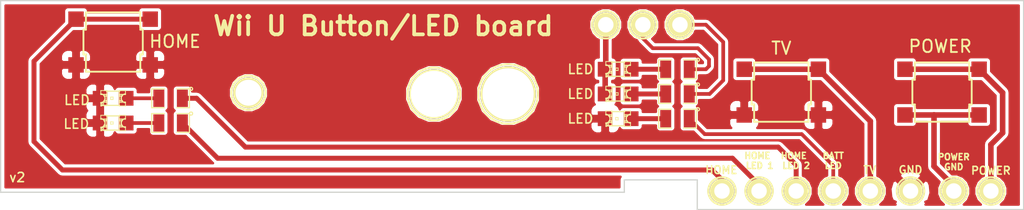
<source format=kicad_pcb>
(kicad_pcb (version 3) (host pcbnew "(2013-07-07 BZR 4022)-stable")

  (general
    (links 27)
    (no_connects 0)
    (area 149.749999 130.799999 232.600001 147.800001)
    (thickness 1.6)
    (drawings 18)
    (tracks 53)
    (zones 0)
    (modules 27)
    (nets 17)
  )

  (page A3)
  (layers
    (15 F.Cu signal)
    (0 B.Cu signal)
    (16 B.Adhes user)
    (17 F.Adhes user)
    (18 B.Paste user)
    (19 F.Paste user)
    (20 B.SilkS user)
    (21 F.SilkS user)
    (22 B.Mask user)
    (23 F.Mask user)
    (24 Dwgs.User user)
    (25 Cmts.User user)
    (26 Eco1.User user)
    (27 Eco2.User user)
    (28 Edge.Cuts user)
  )

  (setup
    (last_trace_width 0.254)
    (user_trace_width 0.3)
    (user_trace_width 0.4)
    (user_trace_width 0.45)
    (trace_clearance 0.254)
    (zone_clearance 0.254)
    (zone_45_only no)
    (trace_min 0.254)
    (segment_width 0.2)
    (edge_width 0.1)
    (via_size 0.889)
    (via_drill 0.635)
    (via_min_size 0.889)
    (via_min_drill 0.508)
    (uvia_size 0.508)
    (uvia_drill 0.127)
    (uvias_allowed no)
    (uvia_min_size 0.508)
    (uvia_min_drill 0.127)
    (pcb_text_width 0.3)
    (pcb_text_size 1.5 1.5)
    (mod_edge_width 0.15)
    (mod_text_size 1 1)
    (mod_text_width 0.15)
    (pad_size 1.25 1.25)
    (pad_drill 0)
    (pad_to_mask_clearance 0)
    (aux_axis_origin 0 0)
    (visible_elements 7FFFFFBF)
    (pcbplotparams
      (layerselection 3178497)
      (usegerberextensions true)
      (excludeedgelayer true)
      (linewidth 0.150000)
      (plotframeref false)
      (viasonmask false)
      (mode 1)
      (useauxorigin false)
      (hpglpennumber 1)
      (hpglpenspeed 20)
      (hpglpendiameter 15)
      (hpglpenoverlay 2)
      (psnegative false)
      (psa4output false)
      (plotreference true)
      (plotvalue true)
      (plotothertext true)
      (plotinvisibletext false)
      (padsonsilk false)
      (subtractmaskfromsilk false)
      (outputformat 1)
      (mirror false)
      (drillshape 1)
      (scaleselection 1)
      (outputdirectory ""))
  )

  (net 0 "")
  (net 1 /BATT_GREEN)
  (net 2 /BATT_RED)
  (net 3 /BATT_YELLOW)
  (net 4 /HOME)
  (net 5 /HOME_BLUE)
  (net 6 /HOME_RED)
  (net 7 /TV)
  (net 8 GND)
  (net 9 N-000001)
  (net 10 N-0000010)
  (net 11 N-0000016)
  (net 12 N-000002)
  (net 13 N-000003)
  (net 14 N-000007)
  (net 15 N-000008)
  (net 16 N-000009)

  (net_class Default "This is the default net class."
    (clearance 0.254)
    (trace_width 0.254)
    (via_dia 0.889)
    (via_drill 0.635)
    (uvia_dia 0.508)
    (uvia_drill 0.127)
    (add_net "")
    (add_net /BATT_GREEN)
    (add_net /BATT_RED)
    (add_net /BATT_YELLOW)
    (add_net /HOME)
    (add_net /HOME_BLUE)
    (add_net /HOME_RED)
    (add_net /TV)
    (add_net GND)
    (add_net N-000001)
    (add_net N-0000010)
    (add_net N-0000016)
    (add_net N-000002)
    (add_net N-000003)
    (add_net N-000007)
    (add_net N-000008)
    (add_net N-000009)
  )

  (net_class Line1 ""
    (clearance 0.3)
    (trace_width 0.3)
    (via_dia 0.889)
    (via_drill 0.635)
    (uvia_dia 0.508)
    (uvia_drill 0.127)
  )

  (module SM0805 (layer F.Cu) (tedit 59972D7D) (tstamp 5994F5A1)
    (at 163.55 138.75 180)
    (path /5994EAFC)
    (attr smd)
    (fp_text reference R1 (at 0 -0.3175 180) (layer F.SilkS) hide
      (effects (font (size 0.50038 0.50038) (thickness 0.10922)))
    )
    (fp_text value 270 (at 0 0.381 180) (layer F.SilkS) hide
      (effects (font (size 0.50038 0.50038) (thickness 0.10922)))
    )
    (fp_circle (center -1.651 0.762) (end -1.651 0.635) (layer F.SilkS) (width 0.09906))
    (fp_line (start -0.508 0.762) (end -1.524 0.762) (layer F.SilkS) (width 0.09906))
    (fp_line (start -1.524 0.762) (end -1.524 -0.762) (layer F.SilkS) (width 0.09906))
    (fp_line (start -1.524 -0.762) (end -0.508 -0.762) (layer F.SilkS) (width 0.09906))
    (fp_line (start 0.508 -0.762) (end 1.524 -0.762) (layer F.SilkS) (width 0.09906))
    (fp_line (start 1.524 -0.762) (end 1.524 0.762) (layer F.SilkS) (width 0.09906))
    (fp_line (start 1.524 0.762) (end 0.508 0.762) (layer F.SilkS) (width 0.09906))
    (pad 1 smd rect (at -0.9525 0 180) (size 0.889 1.397)
      (layers F.Cu F.Paste F.Mask)
      (net 6 /HOME_RED)
    )
    (pad 2 smd rect (at 0.9525 0 180) (size 0.889 1.397)
      (layers F.Cu F.Paste F.Mask)
      (net 14 N-000007)
    )
    (model smd/chip_cms.wrl
      (at (xyz 0 0 0))
      (scale (xyz 0.1 0.1 0.1))
      (rotate (xyz 0 0 0))
    )
  )

  (module SM0805 (layer F.Cu) (tedit 59972D92) (tstamp 5994F5AE)
    (at 163.55 140.75 180)
    (path /5994EB09)
    (attr smd)
    (fp_text reference R2 (at 0 -0.3175 180) (layer F.SilkS) hide
      (effects (font (size 0.50038 0.50038) (thickness 0.10922)))
    )
    (fp_text value 270 (at 0 0.381 180) (layer F.SilkS) hide
      (effects (font (size 0.50038 0.50038) (thickness 0.10922)))
    )
    (fp_circle (center -1.651 0.762) (end -1.651 0.635) (layer F.SilkS) (width 0.09906))
    (fp_line (start -0.508 0.762) (end -1.524 0.762) (layer F.SilkS) (width 0.09906))
    (fp_line (start -1.524 0.762) (end -1.524 -0.762) (layer F.SilkS) (width 0.09906))
    (fp_line (start -1.524 -0.762) (end -0.508 -0.762) (layer F.SilkS) (width 0.09906))
    (fp_line (start 0.508 -0.762) (end 1.524 -0.762) (layer F.SilkS) (width 0.09906))
    (fp_line (start 1.524 -0.762) (end 1.524 0.762) (layer F.SilkS) (width 0.09906))
    (fp_line (start 1.524 0.762) (end 0.508 0.762) (layer F.SilkS) (width 0.09906))
    (pad 1 smd rect (at -0.9525 0 180) (size 0.889 1.397)
      (layers F.Cu F.Paste F.Mask)
      (net 5 /HOME_BLUE)
    )
    (pad 2 smd rect (at 0.9525 0 180) (size 0.889 1.397)
      (layers F.Cu F.Paste F.Mask)
      (net 10 N-0000010)
    )
    (model smd/chip_cms.wrl
      (at (xyz 0 0 0))
      (scale (xyz 0.1 0.1 0.1))
      (rotate (xyz 0 0 0))
    )
  )

  (module SM0805 (layer F.Cu) (tedit 59972D3E) (tstamp 5994F5BB)
    (at 204.55 136.4 180)
    (path /5994EB0F)
    (attr smd)
    (fp_text reference R3 (at 0 -0.3175 180) (layer F.SilkS) hide
      (effects (font (size 0.50038 0.50038) (thickness 0.10922)))
    )
    (fp_text value 0 (at 0 0.381 180) (layer F.SilkS) hide
      (effects (font (size 0.50038 0.50038) (thickness 0.10922)))
    )
    (fp_circle (center -1.651 0.762) (end -1.651 0.635) (layer F.SilkS) (width 0.09906))
    (fp_line (start -0.508 0.762) (end -1.524 0.762) (layer F.SilkS) (width 0.09906))
    (fp_line (start -1.524 0.762) (end -1.524 -0.762) (layer F.SilkS) (width 0.09906))
    (fp_line (start -1.524 -0.762) (end -0.508 -0.762) (layer F.SilkS) (width 0.09906))
    (fp_line (start 0.508 -0.762) (end 1.524 -0.762) (layer F.SilkS) (width 0.09906))
    (fp_line (start 1.524 -0.762) (end 1.524 0.762) (layer F.SilkS) (width 0.09906))
    (fp_line (start 1.524 0.762) (end 0.508 0.762) (layer F.SilkS) (width 0.09906))
    (pad 1 smd rect (at -0.9525 0 180) (size 0.889 1.397)
      (layers F.Cu F.Paste F.Mask)
      (net 2 /BATT_RED)
    )
    (pad 2 smd rect (at 0.9525 0 180) (size 0.889 1.397)
      (layers F.Cu F.Paste F.Mask)
      (net 16 N-000009)
    )
    (model smd/chip_cms.wrl
      (at (xyz 0 0 0))
      (scale (xyz 0.1 0.1 0.1))
      (rotate (xyz 0 0 0))
    )
  )

  (module SM0805 (layer F.Cu) (tedit 59972D45) (tstamp 5994F5C8)
    (at 204.55 138.4 180)
    (path /5994EB15)
    (attr smd)
    (fp_text reference R4 (at 0 -0.3175 180) (layer F.SilkS) hide
      (effects (font (size 0.50038 0.50038) (thickness 0.10922)))
    )
    (fp_text value 0 (at 0 0.381 180) (layer F.SilkS) hide
      (effects (font (size 0.50038 0.50038) (thickness 0.10922)))
    )
    (fp_circle (center -1.651 0.762) (end -1.651 0.635) (layer F.SilkS) (width 0.09906))
    (fp_line (start -0.508 0.762) (end -1.524 0.762) (layer F.SilkS) (width 0.09906))
    (fp_line (start -1.524 0.762) (end -1.524 -0.762) (layer F.SilkS) (width 0.09906))
    (fp_line (start -1.524 -0.762) (end -0.508 -0.762) (layer F.SilkS) (width 0.09906))
    (fp_line (start 0.508 -0.762) (end 1.524 -0.762) (layer F.SilkS) (width 0.09906))
    (fp_line (start 1.524 -0.762) (end 1.524 0.762) (layer F.SilkS) (width 0.09906))
    (fp_line (start 1.524 0.762) (end 0.508 0.762) (layer F.SilkS) (width 0.09906))
    (pad 1 smd rect (at -0.9525 0 180) (size 0.889 1.397)
      (layers F.Cu F.Paste F.Mask)
      (net 1 /BATT_GREEN)
    )
    (pad 2 smd rect (at 0.9525 0 180) (size 0.889 1.397)
      (layers F.Cu F.Paste F.Mask)
      (net 15 N-000008)
    )
    (model smd/chip_cms.wrl
      (at (xyz 0 0 0))
      (scale (xyz 0.1 0.1 0.1))
      (rotate (xyz 0 0 0))
    )
  )

  (module LED-0805 (layer F.Cu) (tedit 59972D89) (tstamp 5994F603)
    (at 158.9 140.75 180)
    (descr "LED 0805 smd package")
    (tags "LED 0805 SMD")
    (path /5994E9D7)
    (attr smd)
    (fp_text reference HOME_BLUE1 (at 0.025 -1.65 180) (layer F.SilkS) hide
      (effects (font (size 0.762 0.762) (thickness 0.127)))
    )
    (fp_text value LED (at 2.975 -0.075 180) (layer F.SilkS)
      (effects (font (size 0.762 0.762) (thickness 0.127)))
    )
    (fp_line (start 0.49784 0.29972) (end 0.49784 0.62484) (layer F.SilkS) (width 0.06604))
    (fp_line (start 0.49784 0.62484) (end 0.99822 0.62484) (layer F.SilkS) (width 0.06604))
    (fp_line (start 0.99822 0.29972) (end 0.99822 0.62484) (layer F.SilkS) (width 0.06604))
    (fp_line (start 0.49784 0.29972) (end 0.99822 0.29972) (layer F.SilkS) (width 0.06604))
    (fp_line (start 0.49784 -0.32258) (end 0.49784 -0.17272) (layer F.SilkS) (width 0.06604))
    (fp_line (start 0.49784 -0.17272) (end 0.7493 -0.17272) (layer F.SilkS) (width 0.06604))
    (fp_line (start 0.7493 -0.32258) (end 0.7493 -0.17272) (layer F.SilkS) (width 0.06604))
    (fp_line (start 0.49784 -0.32258) (end 0.7493 -0.32258) (layer F.SilkS) (width 0.06604))
    (fp_line (start 0.49784 0.17272) (end 0.49784 0.32258) (layer F.SilkS) (width 0.06604))
    (fp_line (start 0.49784 0.32258) (end 0.7493 0.32258) (layer F.SilkS) (width 0.06604))
    (fp_line (start 0.7493 0.17272) (end 0.7493 0.32258) (layer F.SilkS) (width 0.06604))
    (fp_line (start 0.49784 0.17272) (end 0.7493 0.17272) (layer F.SilkS) (width 0.06604))
    (fp_line (start 0.49784 -0.19812) (end 0.49784 0.19812) (layer F.SilkS) (width 0.06604))
    (fp_line (start 0.49784 0.19812) (end 0.6731 0.19812) (layer F.SilkS) (width 0.06604))
    (fp_line (start 0.6731 -0.19812) (end 0.6731 0.19812) (layer F.SilkS) (width 0.06604))
    (fp_line (start 0.49784 -0.19812) (end 0.6731 -0.19812) (layer F.SilkS) (width 0.06604))
    (fp_line (start -0.99822 0.29972) (end -0.99822 0.62484) (layer F.SilkS) (width 0.06604))
    (fp_line (start -0.99822 0.62484) (end -0.49784 0.62484) (layer F.SilkS) (width 0.06604))
    (fp_line (start -0.49784 0.29972) (end -0.49784 0.62484) (layer F.SilkS) (width 0.06604))
    (fp_line (start -0.99822 0.29972) (end -0.49784 0.29972) (layer F.SilkS) (width 0.06604))
    (fp_line (start -0.99822 -0.62484) (end -0.99822 -0.29972) (layer F.SilkS) (width 0.06604))
    (fp_line (start -0.99822 -0.29972) (end -0.49784 -0.29972) (layer F.SilkS) (width 0.06604))
    (fp_line (start -0.49784 -0.62484) (end -0.49784 -0.29972) (layer F.SilkS) (width 0.06604))
    (fp_line (start -0.99822 -0.62484) (end -0.49784 -0.62484) (layer F.SilkS) (width 0.06604))
    (fp_line (start -0.7493 0.17272) (end -0.7493 0.32258) (layer F.SilkS) (width 0.06604))
    (fp_line (start -0.7493 0.32258) (end -0.49784 0.32258) (layer F.SilkS) (width 0.06604))
    (fp_line (start -0.49784 0.17272) (end -0.49784 0.32258) (layer F.SilkS) (width 0.06604))
    (fp_line (start -0.7493 0.17272) (end -0.49784 0.17272) (layer F.SilkS) (width 0.06604))
    (fp_line (start -0.7493 -0.32258) (end -0.7493 -0.17272) (layer F.SilkS) (width 0.06604))
    (fp_line (start -0.7493 -0.17272) (end -0.49784 -0.17272) (layer F.SilkS) (width 0.06604))
    (fp_line (start -0.49784 -0.32258) (end -0.49784 -0.17272) (layer F.SilkS) (width 0.06604))
    (fp_line (start -0.7493 -0.32258) (end -0.49784 -0.32258) (layer F.SilkS) (width 0.06604))
    (fp_line (start -0.6731 -0.19812) (end -0.6731 0.19812) (layer F.SilkS) (width 0.06604))
    (fp_line (start -0.6731 0.19812) (end -0.49784 0.19812) (layer F.SilkS) (width 0.06604))
    (fp_line (start -0.49784 -0.19812) (end -0.49784 0.19812) (layer F.SilkS) (width 0.06604))
    (fp_line (start -0.6731 -0.19812) (end -0.49784 -0.19812) (layer F.SilkS) (width 0.06604))
    (fp_line (start 0 -0.09906) (end 0 0.09906) (layer F.SilkS) (width 0.06604))
    (fp_line (start 0 0.09906) (end 0.19812 0.09906) (layer F.SilkS) (width 0.06604))
    (fp_line (start 0.19812 -0.09906) (end 0.19812 0.09906) (layer F.SilkS) (width 0.06604))
    (fp_line (start 0 -0.09906) (end 0.19812 -0.09906) (layer F.SilkS) (width 0.06604))
    (fp_line (start 0.49784 -0.59944) (end 0.49784 -0.29972) (layer F.SilkS) (width 0.06604))
    (fp_line (start 0.49784 -0.29972) (end 0.79756 -0.29972) (layer F.SilkS) (width 0.06604))
    (fp_line (start 0.79756 -0.59944) (end 0.79756 -0.29972) (layer F.SilkS) (width 0.06604))
    (fp_line (start 0.49784 -0.59944) (end 0.79756 -0.59944) (layer F.SilkS) (width 0.06604))
    (fp_line (start 0.92456 -0.62484) (end 0.92456 -0.39878) (layer F.SilkS) (width 0.06604))
    (fp_line (start 0.92456 -0.39878) (end 0.99822 -0.39878) (layer F.SilkS) (width 0.06604))
    (fp_line (start 0.99822 -0.62484) (end 0.99822 -0.39878) (layer F.SilkS) (width 0.06604))
    (fp_line (start 0.92456 -0.62484) (end 0.99822 -0.62484) (layer F.SilkS) (width 0.06604))
    (fp_line (start 0.52324 0.57404) (end -0.52324 0.57404) (layer F.SilkS) (width 0.1016))
    (fp_line (start -0.49784 -0.57404) (end 0.92456 -0.57404) (layer F.SilkS) (width 0.1016))
    (fp_circle (center 0.84836 -0.44958) (end 0.89916 -0.50038) (layer F.SilkS) (width 0.0508))
    (fp_arc (start 0.99822 0) (end 0.99822 0.34798) (angle 180) (layer F.SilkS) (width 0.1016))
    (fp_arc (start -0.99822 0) (end -0.99822 -0.34798) (angle 180) (layer F.SilkS) (width 0.1016))
    (pad 1 smd rect (at -1.04902 0 180) (size 1.19888 1.19888)
      (layers F.Cu F.Paste F.Mask)
      (net 10 N-0000010)
    )
    (pad 2 smd rect (at 1.04902 0 180) (size 1.19888 1.19888)
      (layers F.Cu F.Paste F.Mask)
      (net 8 GND)
    )
  )

  (module LED-0805 (layer F.Cu) (tedit 599B4C78) (tstamp 5994F63E)
    (at 199.75 136.4 180)
    (descr "LED 0805 smd package")
    (tags "LED 0805 SMD")
    (path /5994EA0C)
    (attr smd)
    (fp_text reference BATT_RED1 (at 3 0.95 180) (layer F.SilkS) hide
      (effects (font (size 0.762 0.762) (thickness 0.127)))
    )
    (fp_text value LED (at 3.05 0 180) (layer F.SilkS)
      (effects (font (size 0.762 0.762) (thickness 0.127)))
    )
    (fp_line (start 0.49784 0.29972) (end 0.49784 0.62484) (layer F.SilkS) (width 0.06604))
    (fp_line (start 0.49784 0.62484) (end 0.99822 0.62484) (layer F.SilkS) (width 0.06604))
    (fp_line (start 0.99822 0.29972) (end 0.99822 0.62484) (layer F.SilkS) (width 0.06604))
    (fp_line (start 0.49784 0.29972) (end 0.99822 0.29972) (layer F.SilkS) (width 0.06604))
    (fp_line (start 0.49784 -0.32258) (end 0.49784 -0.17272) (layer F.SilkS) (width 0.06604))
    (fp_line (start 0.49784 -0.17272) (end 0.7493 -0.17272) (layer F.SilkS) (width 0.06604))
    (fp_line (start 0.7493 -0.32258) (end 0.7493 -0.17272) (layer F.SilkS) (width 0.06604))
    (fp_line (start 0.49784 -0.32258) (end 0.7493 -0.32258) (layer F.SilkS) (width 0.06604))
    (fp_line (start 0.49784 0.17272) (end 0.49784 0.32258) (layer F.SilkS) (width 0.06604))
    (fp_line (start 0.49784 0.32258) (end 0.7493 0.32258) (layer F.SilkS) (width 0.06604))
    (fp_line (start 0.7493 0.17272) (end 0.7493 0.32258) (layer F.SilkS) (width 0.06604))
    (fp_line (start 0.49784 0.17272) (end 0.7493 0.17272) (layer F.SilkS) (width 0.06604))
    (fp_line (start 0.49784 -0.19812) (end 0.49784 0.19812) (layer F.SilkS) (width 0.06604))
    (fp_line (start 0.49784 0.19812) (end 0.6731 0.19812) (layer F.SilkS) (width 0.06604))
    (fp_line (start 0.6731 -0.19812) (end 0.6731 0.19812) (layer F.SilkS) (width 0.06604))
    (fp_line (start 0.49784 -0.19812) (end 0.6731 -0.19812) (layer F.SilkS) (width 0.06604))
    (fp_line (start -0.99822 0.29972) (end -0.99822 0.62484) (layer F.SilkS) (width 0.06604))
    (fp_line (start -0.99822 0.62484) (end -0.49784 0.62484) (layer F.SilkS) (width 0.06604))
    (fp_line (start -0.49784 0.29972) (end -0.49784 0.62484) (layer F.SilkS) (width 0.06604))
    (fp_line (start -0.99822 0.29972) (end -0.49784 0.29972) (layer F.SilkS) (width 0.06604))
    (fp_line (start -0.99822 -0.62484) (end -0.99822 -0.29972) (layer F.SilkS) (width 0.06604))
    (fp_line (start -0.99822 -0.29972) (end -0.49784 -0.29972) (layer F.SilkS) (width 0.06604))
    (fp_line (start -0.49784 -0.62484) (end -0.49784 -0.29972) (layer F.SilkS) (width 0.06604))
    (fp_line (start -0.99822 -0.62484) (end -0.49784 -0.62484) (layer F.SilkS) (width 0.06604))
    (fp_line (start -0.7493 0.17272) (end -0.7493 0.32258) (layer F.SilkS) (width 0.06604))
    (fp_line (start -0.7493 0.32258) (end -0.49784 0.32258) (layer F.SilkS) (width 0.06604))
    (fp_line (start -0.49784 0.17272) (end -0.49784 0.32258) (layer F.SilkS) (width 0.06604))
    (fp_line (start -0.7493 0.17272) (end -0.49784 0.17272) (layer F.SilkS) (width 0.06604))
    (fp_line (start -0.7493 -0.32258) (end -0.7493 -0.17272) (layer F.SilkS) (width 0.06604))
    (fp_line (start -0.7493 -0.17272) (end -0.49784 -0.17272) (layer F.SilkS) (width 0.06604))
    (fp_line (start -0.49784 -0.32258) (end -0.49784 -0.17272) (layer F.SilkS) (width 0.06604))
    (fp_line (start -0.7493 -0.32258) (end -0.49784 -0.32258) (layer F.SilkS) (width 0.06604))
    (fp_line (start -0.6731 -0.19812) (end -0.6731 0.19812) (layer F.SilkS) (width 0.06604))
    (fp_line (start -0.6731 0.19812) (end -0.49784 0.19812) (layer F.SilkS) (width 0.06604))
    (fp_line (start -0.49784 -0.19812) (end -0.49784 0.19812) (layer F.SilkS) (width 0.06604))
    (fp_line (start -0.6731 -0.19812) (end -0.49784 -0.19812) (layer F.SilkS) (width 0.06604))
    (fp_line (start 0 -0.09906) (end 0 0.09906) (layer F.SilkS) (width 0.06604))
    (fp_line (start 0 0.09906) (end 0.19812 0.09906) (layer F.SilkS) (width 0.06604))
    (fp_line (start 0.19812 -0.09906) (end 0.19812 0.09906) (layer F.SilkS) (width 0.06604))
    (fp_line (start 0 -0.09906) (end 0.19812 -0.09906) (layer F.SilkS) (width 0.06604))
    (fp_line (start 0.49784 -0.59944) (end 0.49784 -0.29972) (layer F.SilkS) (width 0.06604))
    (fp_line (start 0.49784 -0.29972) (end 0.79756 -0.29972) (layer F.SilkS) (width 0.06604))
    (fp_line (start 0.79756 -0.59944) (end 0.79756 -0.29972) (layer F.SilkS) (width 0.06604))
    (fp_line (start 0.49784 -0.59944) (end 0.79756 -0.59944) (layer F.SilkS) (width 0.06604))
    (fp_line (start 0.92456 -0.62484) (end 0.92456 -0.39878) (layer F.SilkS) (width 0.06604))
    (fp_line (start 0.92456 -0.39878) (end 0.99822 -0.39878) (layer F.SilkS) (width 0.06604))
    (fp_line (start 0.99822 -0.62484) (end 0.99822 -0.39878) (layer F.SilkS) (width 0.06604))
    (fp_line (start 0.92456 -0.62484) (end 0.99822 -0.62484) (layer F.SilkS) (width 0.06604))
    (fp_line (start 0.52324 0.57404) (end -0.52324 0.57404) (layer F.SilkS) (width 0.1016))
    (fp_line (start -0.49784 -0.57404) (end 0.92456 -0.57404) (layer F.SilkS) (width 0.1016))
    (fp_circle (center 0.84836 -0.44958) (end 0.89916 -0.50038) (layer F.SilkS) (width 0.0508))
    (fp_arc (start 0.99822 0) (end 0.99822 0.34798) (angle 180) (layer F.SilkS) (width 0.1016))
    (fp_arc (start -0.99822 0) (end -0.99822 -0.34798) (angle 180) (layer F.SilkS) (width 0.1016))
    (pad 1 smd rect (at -1.04902 0 180) (size 1.19888 1.19888)
      (layers F.Cu F.Paste F.Mask)
      (net 16 N-000009)
    )
    (pad 2 smd rect (at 1.04902 0 180) (size 1.19888 1.19888)
      (layers F.Cu F.Paste F.Mask)
      (net 13 N-000003)
    )
  )

  (module LED-0805 (layer F.Cu) (tedit 59972D77) (tstamp 5994F6B4)
    (at 158.9 138.75 180)
    (descr "LED 0805 smd package")
    (tags "LED 0805 SMD")
    (path /5994E9F1)
    (attr smd)
    (fp_text reference HOME_RED1 (at 0.225 1.35 180) (layer F.SilkS) hide
      (effects (font (size 0.762 0.762) (thickness 0.127)))
    )
    (fp_text value LED (at 2.925 -0.15 180) (layer F.SilkS)
      (effects (font (size 0.762 0.762) (thickness 0.127)))
    )
    (fp_line (start 0.49784 0.29972) (end 0.49784 0.62484) (layer F.SilkS) (width 0.06604))
    (fp_line (start 0.49784 0.62484) (end 0.99822 0.62484) (layer F.SilkS) (width 0.06604))
    (fp_line (start 0.99822 0.29972) (end 0.99822 0.62484) (layer F.SilkS) (width 0.06604))
    (fp_line (start 0.49784 0.29972) (end 0.99822 0.29972) (layer F.SilkS) (width 0.06604))
    (fp_line (start 0.49784 -0.32258) (end 0.49784 -0.17272) (layer F.SilkS) (width 0.06604))
    (fp_line (start 0.49784 -0.17272) (end 0.7493 -0.17272) (layer F.SilkS) (width 0.06604))
    (fp_line (start 0.7493 -0.32258) (end 0.7493 -0.17272) (layer F.SilkS) (width 0.06604))
    (fp_line (start 0.49784 -0.32258) (end 0.7493 -0.32258) (layer F.SilkS) (width 0.06604))
    (fp_line (start 0.49784 0.17272) (end 0.49784 0.32258) (layer F.SilkS) (width 0.06604))
    (fp_line (start 0.49784 0.32258) (end 0.7493 0.32258) (layer F.SilkS) (width 0.06604))
    (fp_line (start 0.7493 0.17272) (end 0.7493 0.32258) (layer F.SilkS) (width 0.06604))
    (fp_line (start 0.49784 0.17272) (end 0.7493 0.17272) (layer F.SilkS) (width 0.06604))
    (fp_line (start 0.49784 -0.19812) (end 0.49784 0.19812) (layer F.SilkS) (width 0.06604))
    (fp_line (start 0.49784 0.19812) (end 0.6731 0.19812) (layer F.SilkS) (width 0.06604))
    (fp_line (start 0.6731 -0.19812) (end 0.6731 0.19812) (layer F.SilkS) (width 0.06604))
    (fp_line (start 0.49784 -0.19812) (end 0.6731 -0.19812) (layer F.SilkS) (width 0.06604))
    (fp_line (start -0.99822 0.29972) (end -0.99822 0.62484) (layer F.SilkS) (width 0.06604))
    (fp_line (start -0.99822 0.62484) (end -0.49784 0.62484) (layer F.SilkS) (width 0.06604))
    (fp_line (start -0.49784 0.29972) (end -0.49784 0.62484) (layer F.SilkS) (width 0.06604))
    (fp_line (start -0.99822 0.29972) (end -0.49784 0.29972) (layer F.SilkS) (width 0.06604))
    (fp_line (start -0.99822 -0.62484) (end -0.99822 -0.29972) (layer F.SilkS) (width 0.06604))
    (fp_line (start -0.99822 -0.29972) (end -0.49784 -0.29972) (layer F.SilkS) (width 0.06604))
    (fp_line (start -0.49784 -0.62484) (end -0.49784 -0.29972) (layer F.SilkS) (width 0.06604))
    (fp_line (start -0.99822 -0.62484) (end -0.49784 -0.62484) (layer F.SilkS) (width 0.06604))
    (fp_line (start -0.7493 0.17272) (end -0.7493 0.32258) (layer F.SilkS) (width 0.06604))
    (fp_line (start -0.7493 0.32258) (end -0.49784 0.32258) (layer F.SilkS) (width 0.06604))
    (fp_line (start -0.49784 0.17272) (end -0.49784 0.32258) (layer F.SilkS) (width 0.06604))
    (fp_line (start -0.7493 0.17272) (end -0.49784 0.17272) (layer F.SilkS) (width 0.06604))
    (fp_line (start -0.7493 -0.32258) (end -0.7493 -0.17272) (layer F.SilkS) (width 0.06604))
    (fp_line (start -0.7493 -0.17272) (end -0.49784 -0.17272) (layer F.SilkS) (width 0.06604))
    (fp_line (start -0.49784 -0.32258) (end -0.49784 -0.17272) (layer F.SilkS) (width 0.06604))
    (fp_line (start -0.7493 -0.32258) (end -0.49784 -0.32258) (layer F.SilkS) (width 0.06604))
    (fp_line (start -0.6731 -0.19812) (end -0.6731 0.19812) (layer F.SilkS) (width 0.06604))
    (fp_line (start -0.6731 0.19812) (end -0.49784 0.19812) (layer F.SilkS) (width 0.06604))
    (fp_line (start -0.49784 -0.19812) (end -0.49784 0.19812) (layer F.SilkS) (width 0.06604))
    (fp_line (start -0.6731 -0.19812) (end -0.49784 -0.19812) (layer F.SilkS) (width 0.06604))
    (fp_line (start 0 -0.09906) (end 0 0.09906) (layer F.SilkS) (width 0.06604))
    (fp_line (start 0 0.09906) (end 0.19812 0.09906) (layer F.SilkS) (width 0.06604))
    (fp_line (start 0.19812 -0.09906) (end 0.19812 0.09906) (layer F.SilkS) (width 0.06604))
    (fp_line (start 0 -0.09906) (end 0.19812 -0.09906) (layer F.SilkS) (width 0.06604))
    (fp_line (start 0.49784 -0.59944) (end 0.49784 -0.29972) (layer F.SilkS) (width 0.06604))
    (fp_line (start 0.49784 -0.29972) (end 0.79756 -0.29972) (layer F.SilkS) (width 0.06604))
    (fp_line (start 0.79756 -0.59944) (end 0.79756 -0.29972) (layer F.SilkS) (width 0.06604))
    (fp_line (start 0.49784 -0.59944) (end 0.79756 -0.59944) (layer F.SilkS) (width 0.06604))
    (fp_line (start 0.92456 -0.62484) (end 0.92456 -0.39878) (layer F.SilkS) (width 0.06604))
    (fp_line (start 0.92456 -0.39878) (end 0.99822 -0.39878) (layer F.SilkS) (width 0.06604))
    (fp_line (start 0.99822 -0.62484) (end 0.99822 -0.39878) (layer F.SilkS) (width 0.06604))
    (fp_line (start 0.92456 -0.62484) (end 0.99822 -0.62484) (layer F.SilkS) (width 0.06604))
    (fp_line (start 0.52324 0.57404) (end -0.52324 0.57404) (layer F.SilkS) (width 0.1016))
    (fp_line (start -0.49784 -0.57404) (end 0.92456 -0.57404) (layer F.SilkS) (width 0.1016))
    (fp_circle (center 0.84836 -0.44958) (end 0.89916 -0.50038) (layer F.SilkS) (width 0.0508))
    (fp_arc (start 0.99822 0) (end 0.99822 0.34798) (angle 180) (layer F.SilkS) (width 0.1016))
    (fp_arc (start -0.99822 0) (end -0.99822 -0.34798) (angle 180) (layer F.SilkS) (width 0.1016))
    (pad 1 smd rect (at -1.04902 0 180) (size 1.19888 1.19888)
      (layers F.Cu F.Paste F.Mask)
      (net 14 N-000007)
    )
    (pad 2 smd rect (at 1.04902 0 180) (size 1.19888 1.19888)
      (layers F.Cu F.Paste F.Mask)
      (net 8 GND)
    )
  )

  (module 210_mm_drillhole (layer F.Cu) (tedit 59972CA5) (tstamp 5996D15F)
    (at 169.85 138.3)
    (fp_text reference 210_mm_drillhole (at 0.25 -2.45) (layer F.SilkS) hide
      (effects (font (size 1 1) (thickness 0.15)))
    )
    (fp_text value VAL** (at 0.1 2.8) (layer F.SilkS) hide
      (effects (font (size 1 1) (thickness 0.15)))
    )
    (fp_circle (center 0 0) (end 1.2 0.7) (layer F.SilkS) (width 0.15))
    (pad 2 thru_hole circle (at 0 0) (size 2.5 2.5) (drill 2.1)
      (layers *.Cu *.Mask F.SilkS)
    )
  )

  (module 375_mm_drillhole (layer F.Cu) (tedit 59972CAF) (tstamp 5996D10B)
    (at 184.85 138.4)
    (fp_text reference 375_mm_drillhole (at 0 -3.35) (layer F.SilkS) hide
      (effects (font (size 1 1) (thickness 0.15)))
    )
    (fp_text value VAL** (at 0.2 3.6) (layer F.SilkS) hide
      (effects (font (size 1 1) (thickness 0.15)))
    )
    (fp_circle (center 0 0) (end 1.3 1.7) (layer F.SilkS) (width 0.15))
    (pad 1 thru_hole circle (at 0 0) (size 4 4) (drill 3.75)
      (layers *.Cu *.Mask F.SilkS)
    )
  )

  (module 415_mm_drillhole (layer F.Cu) (tedit 59972EBA) (tstamp 5996D14B)
    (at 190.85 138.4)
    (fp_text reference 415_mm_drillhole (at 0.4 -4.35) (layer F.SilkS) hide
      (effects (font (size 1 1) (thickness 0.15)))
    )
    (fp_text value VAL** (at 0.15 3.6) (layer F.SilkS) hide
      (effects (font (size 1 1) (thickness 0.15)))
    )
    (fp_circle (center 0 0) (end 1.8 1.6) (layer F.SilkS) (width 0.15))
    (pad 1 thru_hole circle (at 0 0) (size 4.5 4.5) (drill 4.15)
      (layers *.Cu *.Mask F.SilkS)
    )
  )

  (module SM0805 (layer F.Cu) (tedit 599B4810) (tstamp 599B4229)
    (at 204.55 140.4 180)
    (path /599B407F)
    (attr smd)
    (fp_text reference R5 (at 0 -0.3175 180) (layer F.SilkS) hide
      (effects (font (size 0.50038 0.50038) (thickness 0.10922)))
    )
    (fp_text value 270 (at 0 0.381 180) (layer F.SilkS) hide
      (effects (font (size 0.50038 0.50038) (thickness 0.10922)))
    )
    (fp_circle (center -1.651 0.762) (end -1.651 0.635) (layer F.SilkS) (width 0.09906))
    (fp_line (start -0.508 0.762) (end -1.524 0.762) (layer F.SilkS) (width 0.09906))
    (fp_line (start -1.524 0.762) (end -1.524 -0.762) (layer F.SilkS) (width 0.09906))
    (fp_line (start -1.524 -0.762) (end -0.508 -0.762) (layer F.SilkS) (width 0.09906))
    (fp_line (start 0.508 -0.762) (end 1.524 -0.762) (layer F.SilkS) (width 0.09906))
    (fp_line (start 1.524 -0.762) (end 1.524 0.762) (layer F.SilkS) (width 0.09906))
    (fp_line (start 1.524 0.762) (end 0.508 0.762) (layer F.SilkS) (width 0.09906))
    (pad 1 smd rect (at -0.9525 0 180) (size 0.889 1.397)
      (layers F.Cu F.Paste F.Mask)
      (net 3 /BATT_YELLOW)
    )
    (pad 2 smd rect (at 0.9525 0 180) (size 0.889 1.397)
      (layers F.Cu F.Paste F.Mask)
      (net 12 N-000002)
    )
    (model smd/chip_cms.wrl
      (at (xyz 0 0 0))
      (scale (xyz 0.1 0.1 0.1))
      (rotate (xyz 0 0 0))
    )
  )

  (module LED-0805 (layer F.Cu) (tedit 599B4753) (tstamp 599B4A95)
    (at 199.75 138.4 180)
    (descr "LED 0805 smd package")
    (tags "LED 0805 SMD")
    (path /5994EA06)
    (attr smd)
    (fp_text reference BATT_GREEN1 (at -0.2 0.8 180) (layer F.SilkS) hide
      (effects (font (size 0.762 0.762) (thickness 0.127)))
    )
    (fp_text value LED (at 3.05 0 180) (layer F.SilkS)
      (effects (font (size 0.762 0.762) (thickness 0.127)))
    )
    (fp_line (start 0.49784 0.29972) (end 0.49784 0.62484) (layer F.SilkS) (width 0.06604))
    (fp_line (start 0.49784 0.62484) (end 0.99822 0.62484) (layer F.SilkS) (width 0.06604))
    (fp_line (start 0.99822 0.29972) (end 0.99822 0.62484) (layer F.SilkS) (width 0.06604))
    (fp_line (start 0.49784 0.29972) (end 0.99822 0.29972) (layer F.SilkS) (width 0.06604))
    (fp_line (start 0.49784 -0.32258) (end 0.49784 -0.17272) (layer F.SilkS) (width 0.06604))
    (fp_line (start 0.49784 -0.17272) (end 0.7493 -0.17272) (layer F.SilkS) (width 0.06604))
    (fp_line (start 0.7493 -0.32258) (end 0.7493 -0.17272) (layer F.SilkS) (width 0.06604))
    (fp_line (start 0.49784 -0.32258) (end 0.7493 -0.32258) (layer F.SilkS) (width 0.06604))
    (fp_line (start 0.49784 0.17272) (end 0.49784 0.32258) (layer F.SilkS) (width 0.06604))
    (fp_line (start 0.49784 0.32258) (end 0.7493 0.32258) (layer F.SilkS) (width 0.06604))
    (fp_line (start 0.7493 0.17272) (end 0.7493 0.32258) (layer F.SilkS) (width 0.06604))
    (fp_line (start 0.49784 0.17272) (end 0.7493 0.17272) (layer F.SilkS) (width 0.06604))
    (fp_line (start 0.49784 -0.19812) (end 0.49784 0.19812) (layer F.SilkS) (width 0.06604))
    (fp_line (start 0.49784 0.19812) (end 0.6731 0.19812) (layer F.SilkS) (width 0.06604))
    (fp_line (start 0.6731 -0.19812) (end 0.6731 0.19812) (layer F.SilkS) (width 0.06604))
    (fp_line (start 0.49784 -0.19812) (end 0.6731 -0.19812) (layer F.SilkS) (width 0.06604))
    (fp_line (start -0.99822 0.29972) (end -0.99822 0.62484) (layer F.SilkS) (width 0.06604))
    (fp_line (start -0.99822 0.62484) (end -0.49784 0.62484) (layer F.SilkS) (width 0.06604))
    (fp_line (start -0.49784 0.29972) (end -0.49784 0.62484) (layer F.SilkS) (width 0.06604))
    (fp_line (start -0.99822 0.29972) (end -0.49784 0.29972) (layer F.SilkS) (width 0.06604))
    (fp_line (start -0.99822 -0.62484) (end -0.99822 -0.29972) (layer F.SilkS) (width 0.06604))
    (fp_line (start -0.99822 -0.29972) (end -0.49784 -0.29972) (layer F.SilkS) (width 0.06604))
    (fp_line (start -0.49784 -0.62484) (end -0.49784 -0.29972) (layer F.SilkS) (width 0.06604))
    (fp_line (start -0.99822 -0.62484) (end -0.49784 -0.62484) (layer F.SilkS) (width 0.06604))
    (fp_line (start -0.7493 0.17272) (end -0.7493 0.32258) (layer F.SilkS) (width 0.06604))
    (fp_line (start -0.7493 0.32258) (end -0.49784 0.32258) (layer F.SilkS) (width 0.06604))
    (fp_line (start -0.49784 0.17272) (end -0.49784 0.32258) (layer F.SilkS) (width 0.06604))
    (fp_line (start -0.7493 0.17272) (end -0.49784 0.17272) (layer F.SilkS) (width 0.06604))
    (fp_line (start -0.7493 -0.32258) (end -0.7493 -0.17272) (layer F.SilkS) (width 0.06604))
    (fp_line (start -0.7493 -0.17272) (end -0.49784 -0.17272) (layer F.SilkS) (width 0.06604))
    (fp_line (start -0.49784 -0.32258) (end -0.49784 -0.17272) (layer F.SilkS) (width 0.06604))
    (fp_line (start -0.7493 -0.32258) (end -0.49784 -0.32258) (layer F.SilkS) (width 0.06604))
    (fp_line (start -0.6731 -0.19812) (end -0.6731 0.19812) (layer F.SilkS) (width 0.06604))
    (fp_line (start -0.6731 0.19812) (end -0.49784 0.19812) (layer F.SilkS) (width 0.06604))
    (fp_line (start -0.49784 -0.19812) (end -0.49784 0.19812) (layer F.SilkS) (width 0.06604))
    (fp_line (start -0.6731 -0.19812) (end -0.49784 -0.19812) (layer F.SilkS) (width 0.06604))
    (fp_line (start 0 -0.09906) (end 0 0.09906) (layer F.SilkS) (width 0.06604))
    (fp_line (start 0 0.09906) (end 0.19812 0.09906) (layer F.SilkS) (width 0.06604))
    (fp_line (start 0.19812 -0.09906) (end 0.19812 0.09906) (layer F.SilkS) (width 0.06604))
    (fp_line (start 0 -0.09906) (end 0.19812 -0.09906) (layer F.SilkS) (width 0.06604))
    (fp_line (start 0.49784 -0.59944) (end 0.49784 -0.29972) (layer F.SilkS) (width 0.06604))
    (fp_line (start 0.49784 -0.29972) (end 0.79756 -0.29972) (layer F.SilkS) (width 0.06604))
    (fp_line (start 0.79756 -0.59944) (end 0.79756 -0.29972) (layer F.SilkS) (width 0.06604))
    (fp_line (start 0.49784 -0.59944) (end 0.79756 -0.59944) (layer F.SilkS) (width 0.06604))
    (fp_line (start 0.92456 -0.62484) (end 0.92456 -0.39878) (layer F.SilkS) (width 0.06604))
    (fp_line (start 0.92456 -0.39878) (end 0.99822 -0.39878) (layer F.SilkS) (width 0.06604))
    (fp_line (start 0.99822 -0.62484) (end 0.99822 -0.39878) (layer F.SilkS) (width 0.06604))
    (fp_line (start 0.92456 -0.62484) (end 0.99822 -0.62484) (layer F.SilkS) (width 0.06604))
    (fp_line (start 0.52324 0.57404) (end -0.52324 0.57404) (layer F.SilkS) (width 0.1016))
    (fp_line (start -0.49784 -0.57404) (end 0.92456 -0.57404) (layer F.SilkS) (width 0.1016))
    (fp_circle (center 0.84836 -0.44958) (end 0.89916 -0.50038) (layer F.SilkS) (width 0.0508))
    (fp_arc (start 0.99822 0) (end 0.99822 0.34798) (angle 180) (layer F.SilkS) (width 0.1016))
    (fp_arc (start -0.99822 0) (end -0.99822 -0.34798) (angle 180) (layer F.SilkS) (width 0.1016))
    (pad 1 smd rect (at -1.04902 0 180) (size 1.19888 1.19888)
      (layers F.Cu F.Paste F.Mask)
      (net 15 N-000008)
    )
    (pad 2 smd rect (at 1.04902 0 180) (size 1.19888 1.19888)
      (layers F.Cu F.Paste F.Mask)
      (net 13 N-000003)
    )
  )

  (module LED-0805 (layer F.Cu) (tedit 599B4596) (tstamp 599B429F)
    (at 199.75 140.4 180)
    (descr "LED 0805 smd package")
    (tags "LED 0805 SMD")
    (path /599B4079)
    (attr smd)
    (fp_text reference BATT_YELLOW1 (at 2.35 -1 180) (layer F.SilkS) hide
      (effects (font (size 0.762 0.762) (thickness 0.127)))
    )
    (fp_text value LED (at 3.05 0 180) (layer F.SilkS)
      (effects (font (size 0.762 0.762) (thickness 0.127)))
    )
    (fp_line (start 0.49784 0.29972) (end 0.49784 0.62484) (layer F.SilkS) (width 0.06604))
    (fp_line (start 0.49784 0.62484) (end 0.99822 0.62484) (layer F.SilkS) (width 0.06604))
    (fp_line (start 0.99822 0.29972) (end 0.99822 0.62484) (layer F.SilkS) (width 0.06604))
    (fp_line (start 0.49784 0.29972) (end 0.99822 0.29972) (layer F.SilkS) (width 0.06604))
    (fp_line (start 0.49784 -0.32258) (end 0.49784 -0.17272) (layer F.SilkS) (width 0.06604))
    (fp_line (start 0.49784 -0.17272) (end 0.7493 -0.17272) (layer F.SilkS) (width 0.06604))
    (fp_line (start 0.7493 -0.32258) (end 0.7493 -0.17272) (layer F.SilkS) (width 0.06604))
    (fp_line (start 0.49784 -0.32258) (end 0.7493 -0.32258) (layer F.SilkS) (width 0.06604))
    (fp_line (start 0.49784 0.17272) (end 0.49784 0.32258) (layer F.SilkS) (width 0.06604))
    (fp_line (start 0.49784 0.32258) (end 0.7493 0.32258) (layer F.SilkS) (width 0.06604))
    (fp_line (start 0.7493 0.17272) (end 0.7493 0.32258) (layer F.SilkS) (width 0.06604))
    (fp_line (start 0.49784 0.17272) (end 0.7493 0.17272) (layer F.SilkS) (width 0.06604))
    (fp_line (start 0.49784 -0.19812) (end 0.49784 0.19812) (layer F.SilkS) (width 0.06604))
    (fp_line (start 0.49784 0.19812) (end 0.6731 0.19812) (layer F.SilkS) (width 0.06604))
    (fp_line (start 0.6731 -0.19812) (end 0.6731 0.19812) (layer F.SilkS) (width 0.06604))
    (fp_line (start 0.49784 -0.19812) (end 0.6731 -0.19812) (layer F.SilkS) (width 0.06604))
    (fp_line (start -0.99822 0.29972) (end -0.99822 0.62484) (layer F.SilkS) (width 0.06604))
    (fp_line (start -0.99822 0.62484) (end -0.49784 0.62484) (layer F.SilkS) (width 0.06604))
    (fp_line (start -0.49784 0.29972) (end -0.49784 0.62484) (layer F.SilkS) (width 0.06604))
    (fp_line (start -0.99822 0.29972) (end -0.49784 0.29972) (layer F.SilkS) (width 0.06604))
    (fp_line (start -0.99822 -0.62484) (end -0.99822 -0.29972) (layer F.SilkS) (width 0.06604))
    (fp_line (start -0.99822 -0.29972) (end -0.49784 -0.29972) (layer F.SilkS) (width 0.06604))
    (fp_line (start -0.49784 -0.62484) (end -0.49784 -0.29972) (layer F.SilkS) (width 0.06604))
    (fp_line (start -0.99822 -0.62484) (end -0.49784 -0.62484) (layer F.SilkS) (width 0.06604))
    (fp_line (start -0.7493 0.17272) (end -0.7493 0.32258) (layer F.SilkS) (width 0.06604))
    (fp_line (start -0.7493 0.32258) (end -0.49784 0.32258) (layer F.SilkS) (width 0.06604))
    (fp_line (start -0.49784 0.17272) (end -0.49784 0.32258) (layer F.SilkS) (width 0.06604))
    (fp_line (start -0.7493 0.17272) (end -0.49784 0.17272) (layer F.SilkS) (width 0.06604))
    (fp_line (start -0.7493 -0.32258) (end -0.7493 -0.17272) (layer F.SilkS) (width 0.06604))
    (fp_line (start -0.7493 -0.17272) (end -0.49784 -0.17272) (layer F.SilkS) (width 0.06604))
    (fp_line (start -0.49784 -0.32258) (end -0.49784 -0.17272) (layer F.SilkS) (width 0.06604))
    (fp_line (start -0.7493 -0.32258) (end -0.49784 -0.32258) (layer F.SilkS) (width 0.06604))
    (fp_line (start -0.6731 -0.19812) (end -0.6731 0.19812) (layer F.SilkS) (width 0.06604))
    (fp_line (start -0.6731 0.19812) (end -0.49784 0.19812) (layer F.SilkS) (width 0.06604))
    (fp_line (start -0.49784 -0.19812) (end -0.49784 0.19812) (layer F.SilkS) (width 0.06604))
    (fp_line (start -0.6731 -0.19812) (end -0.49784 -0.19812) (layer F.SilkS) (width 0.06604))
    (fp_line (start 0 -0.09906) (end 0 0.09906) (layer F.SilkS) (width 0.06604))
    (fp_line (start 0 0.09906) (end 0.19812 0.09906) (layer F.SilkS) (width 0.06604))
    (fp_line (start 0.19812 -0.09906) (end 0.19812 0.09906) (layer F.SilkS) (width 0.06604))
    (fp_line (start 0 -0.09906) (end 0.19812 -0.09906) (layer F.SilkS) (width 0.06604))
    (fp_line (start 0.49784 -0.59944) (end 0.49784 -0.29972) (layer F.SilkS) (width 0.06604))
    (fp_line (start 0.49784 -0.29972) (end 0.79756 -0.29972) (layer F.SilkS) (width 0.06604))
    (fp_line (start 0.79756 -0.59944) (end 0.79756 -0.29972) (layer F.SilkS) (width 0.06604))
    (fp_line (start 0.49784 -0.59944) (end 0.79756 -0.59944) (layer F.SilkS) (width 0.06604))
    (fp_line (start 0.92456 -0.62484) (end 0.92456 -0.39878) (layer F.SilkS) (width 0.06604))
    (fp_line (start 0.92456 -0.39878) (end 0.99822 -0.39878) (layer F.SilkS) (width 0.06604))
    (fp_line (start 0.99822 -0.62484) (end 0.99822 -0.39878) (layer F.SilkS) (width 0.06604))
    (fp_line (start 0.92456 -0.62484) (end 0.99822 -0.62484) (layer F.SilkS) (width 0.06604))
    (fp_line (start 0.52324 0.57404) (end -0.52324 0.57404) (layer F.SilkS) (width 0.1016))
    (fp_line (start -0.49784 -0.57404) (end 0.92456 -0.57404) (layer F.SilkS) (width 0.1016))
    (fp_circle (center 0.84836 -0.44958) (end 0.89916 -0.50038) (layer F.SilkS) (width 0.0508))
    (fp_arc (start 0.99822 0) (end 0.99822 0.34798) (angle 180) (layer F.SilkS) (width 0.1016))
    (fp_arc (start -0.99822 0) (end -0.99822 -0.34798) (angle 180) (layer F.SilkS) (width 0.1016))
    (pad 1 smd rect (at -1.04902 0 180) (size 1.19888 1.19888)
      (layers F.Cu F.Paste F.Mask)
      (net 12 N-000002)
    )
    (pad 2 smd rect (at 1.04902 0 180) (size 1.19888 1.19888)
      (layers F.Cu F.Paste F.Mask)
      (net 8 GND)
    )
  )

  (module 4mm_Tact_SW_SMD (layer F.Cu) (tedit 59A3A2E2) (tstamp 59A3A1F0)
    (at 158.9 134.2)
    (path /5994EEEA)
    (fp_text reference HOME (at 5 -0.05) (layer F.SilkS)
      (effects (font (size 1 1) (thickness 0.15)))
    )
    (fp_text value SPST (at -0.35 1.45) (layer F.SilkS) hide
      (effects (font (size 1 1) (thickness 0.15)))
    )
    (fp_line (start 2.2 -2.4) (end 2.2 -1) (layer F.SilkS) (width 0.15))
    (fp_line (start 2.2 -1) (end 2.4 -1) (layer F.SilkS) (width 0.15))
    (fp_line (start 2.2 2.4) (end 2.2 1) (layer F.SilkS) (width 0.15))
    (fp_line (start 2.2 1) (end 2.4 1) (layer F.SilkS) (width 0.15))
    (fp_line (start -2.2 2.4) (end -2.2 1) (layer F.SilkS) (width 0.15))
    (fp_line (start -2.2 1) (end -2.4 1) (layer F.SilkS) (width 0.15))
    (fp_line (start -2.2 -2.4) (end -2.2 -1) (layer F.SilkS) (width 0.15))
    (fp_line (start -2.2 -1) (end -2.4 -1) (layer F.SilkS) (width 0.15))
    (fp_line (start 2.4 -1) (end 2.4 1) (layer F.SilkS) (width 0.15))
    (fp_line (start -2.2 2.4) (end 2.2 2.4) (layer F.SilkS) (width 0.15))
    (fp_line (start -2.2 -2.4) (end 2.2 -2.4) (layer F.SilkS) (width 0.15))
    (fp_line (start -2.4 -1) (end -2.4 1) (layer F.SilkS) (width 0.15))
    (pad 1 smd rect (at -3 -1.85) (size 1.25 1.25)
      (layers F.Cu F.Paste F.Mask)
      (net 4 /HOME)
    )
    (pad 1 smd rect (at 3 -1.85) (size 1.25 1.25)
      (layers F.Cu F.Paste F.Mask)
      (net 4 /HOME)
    )
    (pad 2 smd rect (at -3 1.85) (size 1.25 1.25)
      (layers F.Cu F.Paste F.Mask)
      (net 8 GND)
    )
    (pad 2 smd rect (at 3 1.85) (size 1.25 1.25)
      (layers F.Cu F.Paste F.Mask)
      (net 8 GND)
    )
  )

  (module 4mm_Tact_SW_SMD (layer F.Cu) (tedit 59A3A2D9) (tstamp 59A3A204)
    (at 212.95 138.25)
    (path /5994EF0E)
    (fp_text reference TV (at 0 -3.55) (layer F.SilkS)
      (effects (font (size 1 1) (thickness 0.15)))
    )
    (fp_text value SPST (at -0.2 0.45) (layer F.SilkS) hide
      (effects (font (size 1 1) (thickness 0.15)))
    )
    (fp_line (start 2.2 -2.4) (end 2.2 -1) (layer F.SilkS) (width 0.15))
    (fp_line (start 2.2 -1) (end 2.4 -1) (layer F.SilkS) (width 0.15))
    (fp_line (start 2.2 2.4) (end 2.2 1) (layer F.SilkS) (width 0.15))
    (fp_line (start 2.2 1) (end 2.4 1) (layer F.SilkS) (width 0.15))
    (fp_line (start -2.2 2.4) (end -2.2 1) (layer F.SilkS) (width 0.15))
    (fp_line (start -2.2 1) (end -2.4 1) (layer F.SilkS) (width 0.15))
    (fp_line (start -2.2 -2.4) (end -2.2 -1) (layer F.SilkS) (width 0.15))
    (fp_line (start -2.2 -1) (end -2.4 -1) (layer F.SilkS) (width 0.15))
    (fp_line (start 2.4 -1) (end 2.4 1) (layer F.SilkS) (width 0.15))
    (fp_line (start -2.2 2.4) (end 2.2 2.4) (layer F.SilkS) (width 0.15))
    (fp_line (start -2.2 -2.4) (end 2.2 -2.4) (layer F.SilkS) (width 0.15))
    (fp_line (start -2.4 -1) (end -2.4 1) (layer F.SilkS) (width 0.15))
    (pad 1 smd rect (at -3 -1.85) (size 1.25 1.25)
      (layers F.Cu F.Paste F.Mask)
      (net 7 /TV)
    )
    (pad 1 smd rect (at 3 -1.85) (size 1.25 1.25)
      (layers F.Cu F.Paste F.Mask)
      (net 7 /TV)
    )
    (pad 2 smd rect (at -3 1.85) (size 1.25 1.25)
      (layers F.Cu F.Paste F.Mask)
      (net 8 GND)
    )
    (pad 2 smd rect (at 3 1.85) (size 1.25 1.25)
      (layers F.Cu F.Paste F.Mask)
      (net 8 GND)
    )
  )

  (module 4mm_Tact_SW_SMD (layer F.Cu) (tedit 59A3A2DC) (tstamp 59A3A218)
    (at 225.95 138.25)
    (path /5994EF4B)
    (fp_text reference POWER (at -0.15 -3.7) (layer F.SilkS)
      (effects (font (size 1 1) (thickness 0.15)))
    )
    (fp_text value SPST (at 0.15 1.15) (layer F.SilkS) hide
      (effects (font (size 1 1) (thickness 0.15)))
    )
    (fp_line (start 2.2 -2.4) (end 2.2 -1) (layer F.SilkS) (width 0.15))
    (fp_line (start 2.2 -1) (end 2.4 -1) (layer F.SilkS) (width 0.15))
    (fp_line (start 2.2 2.4) (end 2.2 1) (layer F.SilkS) (width 0.15))
    (fp_line (start 2.2 1) (end 2.4 1) (layer F.SilkS) (width 0.15))
    (fp_line (start -2.2 2.4) (end -2.2 1) (layer F.SilkS) (width 0.15))
    (fp_line (start -2.2 1) (end -2.4 1) (layer F.SilkS) (width 0.15))
    (fp_line (start -2.2 -2.4) (end -2.2 -1) (layer F.SilkS) (width 0.15))
    (fp_line (start -2.2 -1) (end -2.4 -1) (layer F.SilkS) (width 0.15))
    (fp_line (start 2.4 -1) (end 2.4 1) (layer F.SilkS) (width 0.15))
    (fp_line (start -2.2 2.4) (end 2.2 2.4) (layer F.SilkS) (width 0.15))
    (fp_line (start -2.2 -2.4) (end 2.2 -2.4) (layer F.SilkS) (width 0.15))
    (fp_line (start -2.4 -1) (end -2.4 1) (layer F.SilkS) (width 0.15))
    (pad 1 smd rect (at -3 -1.85) (size 1.25 1.25)
      (layers F.Cu F.Paste F.Mask)
      (net 11 N-0000016)
    )
    (pad 1 smd rect (at 3 -1.85) (size 1.25 1.25)
      (layers F.Cu F.Paste F.Mask)
      (net 11 N-0000016)
    )
    (pad 2 smd rect (at -3 1.85) (size 1.25 1.25)
      (layers F.Cu F.Paste F.Mask)
      (net 9 N-000001)
    )
    (pad 2 smd rect (at 3 1.85) (size 1.25 1.25)
      (layers F.Cu F.Paste F.Mask)
      (net 9 N-000001)
    )
  )

  (module 2mm_pad (layer F.Cu) (tedit 59A5D44C) (tstamp 59A5D570)
    (at 208.15 146.25)
    (path /5994EFCF)
    (fp_text reference P1 (at 0 -2.3) (layer F.SilkS) hide
      (effects (font (size 1 1) (thickness 0.15)))
    )
    (fp_text value CONN_1 (at 0 2.3) (layer F.SilkS) hide
      (effects (font (size 1 1) (thickness 0.15)))
    )
    (fp_circle (center 0 0) (end 1 0.5) (layer F.SilkS) (width 0.15))
    (pad 1 thru_hole circle (at 0 0) (size 2 2) (drill 1.25)
      (layers *.Cu *.Mask F.SilkS)
      (net 4 /HOME)
    )
  )

  (module 2mm_pad (layer F.Cu) (tedit 59A5D44C) (tstamp 59A5D569)
    (at 214.15 146.25)
    (path /5994EFEC)
    (fp_text reference P2 (at 0 -2.3) (layer F.SilkS) hide
      (effects (font (size 1 1) (thickness 0.15)))
    )
    (fp_text value CONN_1 (at 0 2.3) (layer F.SilkS) hide
      (effects (font (size 1 1) (thickness 0.15)))
    )
    (fp_circle (center 0 0) (end 1 0.5) (layer F.SilkS) (width 0.15))
    (pad 1 thru_hole circle (at 0 0) (size 2 2) (drill 1.25)
      (layers *.Cu *.Mask F.SilkS)
      (net 6 /HOME_RED)
    )
  )

  (module 2mm_pad (layer F.Cu) (tedit 59A5D44C) (tstamp 59A5D4E9)
    (at 211.15 146.25)
    (path /5994F002)
    (fp_text reference P3 (at 0 -2.3) (layer F.SilkS) hide
      (effects (font (size 1 1) (thickness 0.15)))
    )
    (fp_text value CONN_1 (at 0 2.3) (layer F.SilkS) hide
      (effects (font (size 1 1) (thickness 0.15)))
    )
    (fp_circle (center 0 0) (end 1 0.5) (layer F.SilkS) (width 0.15))
    (pad 1 thru_hole circle (at 0 0) (size 2 2) (drill 1.25)
      (layers *.Cu *.Mask F.SilkS)
      (net 5 /HOME_BLUE)
    )
  )

  (module 2mm_pad (layer F.Cu) (tedit 59A5D44C) (tstamp 59A5D4EF)
    (at 204.75 132.8)
    (path /5994F02E)
    (fp_text reference P4 (at 0 -2.3) (layer F.SilkS) hide
      (effects (font (size 1 1) (thickness 0.15)))
    )
    (fp_text value CONN_1 (at 0 2.3) (layer F.SilkS) hide
      (effects (font (size 1 1) (thickness 0.15)))
    )
    (fp_circle (center 0 0) (end 1 0.5) (layer F.SilkS) (width 0.15))
    (pad 1 thru_hole circle (at 0 0) (size 2 2) (drill 1.25)
      (layers *.Cu *.Mask F.SilkS)
      (net 1 /BATT_GREEN)
    )
  )

  (module 2mm_pad (layer F.Cu) (tedit 59A5D44C) (tstamp 59A5D4F5)
    (at 201.75 132.8)
    (path /5994F034)
    (fp_text reference P5 (at 0 -2.3) (layer F.SilkS) hide
      (effects (font (size 1 1) (thickness 0.15)))
    )
    (fp_text value CONN_1 (at 0 2.3) (layer F.SilkS) hide
      (effects (font (size 1 1) (thickness 0.15)))
    )
    (fp_circle (center 0 0) (end 1 0.5) (layer F.SilkS) (width 0.15))
    (pad 1 thru_hole circle (at 0 0) (size 2 2) (drill 1.25)
      (layers *.Cu *.Mask F.SilkS)
      (net 2 /BATT_RED)
    )
  )

  (module 2mm_pad (layer F.Cu) (tedit 59A5D44C) (tstamp 59A5D4FB)
    (at 220.15 146.25)
    (path /5994F03A)
    (fp_text reference P6 (at 0 -2.3) (layer F.SilkS) hide
      (effects (font (size 1 1) (thickness 0.15)))
    )
    (fp_text value CONN_1 (at 0 2.3) (layer F.SilkS) hide
      (effects (font (size 1 1) (thickness 0.15)))
    )
    (fp_circle (center 0 0) (end 1 0.5) (layer F.SilkS) (width 0.15))
    (pad 1 thru_hole circle (at 0 0) (size 2 2) (drill 1.25)
      (layers *.Cu *.Mask F.SilkS)
      (net 7 /TV)
    )
  )

  (module 2mm_pad (layer F.Cu) (tedit 59A5D44C) (tstamp 59A5D501)
    (at 229.9 146.25)
    (path /5994F085)
    (fp_text reference POWER1 (at 0 -2.3) (layer F.SilkS) hide
      (effects (font (size 1 1) (thickness 0.15)))
    )
    (fp_text value CONN_1 (at 0 2.3) (layer F.SilkS) hide
      (effects (font (size 1 1) (thickness 0.15)))
    )
    (fp_circle (center 0 0) (end 1 0.5) (layer F.SilkS) (width 0.15))
    (pad 1 thru_hole circle (at 0 0) (size 2 2) (drill 1.25)
      (layers *.Cu *.Mask F.SilkS)
      (net 11 N-0000016)
    )
  )

  (module 2mm_pad (layer F.Cu) (tedit 59A5D44C) (tstamp 59A5D507)
    (at 226.9 146.25)
    (path /5996440F)
    (fp_text reference PGND1 (at 0 -2.3) (layer F.SilkS) hide
      (effects (font (size 1 1) (thickness 0.15)))
    )
    (fp_text value CONN_1 (at 0 2.3) (layer F.SilkS) hide
      (effects (font (size 1 1) (thickness 0.15)))
    )
    (fp_circle (center 0 0) (end 1 0.5) (layer F.SilkS) (width 0.15))
    (pad 1 thru_hole circle (at 0 0) (size 2 2) (drill 1.25)
      (layers *.Cu *.Mask F.SilkS)
      (net 9 N-000001)
    )
  )

  (module 2mm_pad (layer F.Cu) (tedit 59A5D44C) (tstamp 59A5D50D)
    (at 223.4 146.25)
    (path /599647BE)
    (fp_text reference GND1 (at 0 -2.3) (layer F.SilkS) hide
      (effects (font (size 1 1) (thickness 0.15)))
    )
    (fp_text value CONN_1 (at 0 2.3) (layer F.SilkS) hide
      (effects (font (size 1 1) (thickness 0.15)))
    )
    (fp_circle (center 0 0) (end 1 0.5) (layer F.SilkS) (width 0.15))
    (pad 1 thru_hole circle (at 0 0) (size 2 2) (drill 1.25)
      (layers *.Cu *.Mask F.SilkS)
      (net 8 GND)
    )
  )

  (module 2mm_pad (layer F.Cu) (tedit 59A5D44C) (tstamp 59A5D513)
    (at 217.15 146.25)
    (path /599B4085)
    (fp_text reference P7 (at 0 -2.3) (layer F.SilkS) hide
      (effects (font (size 1 1) (thickness 0.15)))
    )
    (fp_text value CONN_1 (at 0 2.3) (layer F.SilkS) hide
      (effects (font (size 1 1) (thickness 0.15)))
    )
    (fp_circle (center 0 0) (end 1 0.5) (layer F.SilkS) (width 0.15))
    (pad 1 thru_hole circle (at 0 0) (size 2 2) (drill 1.25)
      (layers *.Cu *.Mask F.SilkS)
      (net 3 /BATT_YELLOW)
    )
  )

  (module 2mm_pad (layer F.Cu) (tedit 59A5D44C) (tstamp 59A5D519)
    (at 198.75 132.8)
    (path /599B4137)
    (fp_text reference GND2 (at 0 -2.3) (layer F.SilkS) hide
      (effects (font (size 1 1) (thickness 0.15)))
    )
    (fp_text value CONN_1 (at 0 2.3) (layer F.SilkS) hide
      (effects (font (size 1 1) (thickness 0.15)))
    )
    (fp_circle (center 0 0) (end 1 0.5) (layer F.SilkS) (width 0.15))
    (pad 1 thru_hole circle (at 0 0) (size 2 2) (drill 1.25)
      (layers *.Cu *.Mask F.SilkS)
      (net 13 N-000003)
    )
  )

  (gr_text POWER (at 229.9 144.6) (layer F.SilkS)
    (effects (font (size 0.625 0.625) (thickness 0.125)))
  )
  (gr_text "POWER\nGND" (at 226.9 143.9) (layer F.SilkS)
    (effects (font (size 0.5 0.5) (thickness 0.125)))
  )
  (gr_text GND (at 223.4 144.55) (layer F.SilkS)
    (effects (font (size 0.625 0.625) (thickness 0.125)))
  )
  (gr_text TV (at 220.1 144.55) (layer F.SilkS)
    (effects (font (size 0.625 0.625) (thickness 0.125)))
  )
  (gr_text "BATT\nLED" (at 217.15 143.8) (layer F.SilkS)
    (effects (font (size 0.5 0.5) (thickness 0.125)))
  )
  (gr_text "HOME \nLED 1\n" (at 211.2 143.8) (layer F.SilkS) (tstamp 599B4B2C)
    (effects (font (size 0.5 0.5) (thickness 0.125)))
  )
  (gr_text HOME (at 208.1 144.55) (layer F.SilkS) (tstamp 599B4AFD)
    (effects (font (size 0.625 0.625) (thickness 0.125)))
  )
  (gr_text "HOME \nLED 2\n" (at 214.15 143.8) (layer F.SilkS)
    (effects (font (size 0.5 0.5) (thickness 0.125)))
  )
  (gr_text v2 (at 151.15 145.15) (layer F.SilkS)
    (effects (font (size 0.75 0.75) (thickness 0.125)))
  )
  (gr_text "Wii U Button/LED board" (at 180.75 132.9) (layer F.SilkS)
    (effects (font (size 1.5 1.5) (thickness 0.3)))
  )
  (gr_line (start 149.8 130.85) (end 149.8 146.35) (angle 90) (layer Edge.Cuts) (width 0.1))
  (gr_line (start 200.25 146.35) (end 149.8 146.35) (angle 90) (layer Edge.Cuts) (width 0.1))
  (gr_line (start 200.25 145.35) (end 200.25 146.35) (angle 90) (layer Edge.Cuts) (width 0.1))
  (gr_line (start 206.15 145.35) (end 200.25 145.35) (angle 90) (layer Edge.Cuts) (width 0.1))
  (gr_line (start 206.15 147.75) (end 206.15 145.35) (angle 90) (layer Edge.Cuts) (width 0.1))
  (gr_line (start 232.55 147.75) (end 206.15 147.75) (angle 90) (layer Edge.Cuts) (width 0.1))
  (gr_line (start 232.55 130.85) (end 232.55 147.75) (angle 90) (layer Edge.Cuts) (width 0.1))
  (gr_line (start 149.8 130.85) (end 232.55 130.85) (angle 90) (layer Edge.Cuts) (width 0.1))

  (segment (start 205.5025 138.4) (end 207.15 138.4) (width 0.3) (layer F.Cu) (net 1))
  (segment (start 206.85 132.8) (end 204.75 132.8) (width 0.3) (layer F.Cu) (net 1) (tstamp 599B4B87))
  (segment (start 208.25 134.2) (end 206.85 132.8) (width 0.3) (layer F.Cu) (net 1) (tstamp 599B4B86))
  (segment (start 208.25 137.3) (end 208.25 134.2) (width 0.3) (layer F.Cu) (net 1) (tstamp 599B4B85))
  (segment (start 207.15 138.4) (end 208.25 137.3) (width 0.3) (layer F.Cu) (net 1) (tstamp 599B4B84))
  (segment (start 201.75 132.8) (end 201.75 133.9) (width 0.3) (layer F.Cu) (net 2))
  (segment (start 206.85 136.4) (end 205.5025 136.4) (width 0.3) (layer F.Cu) (net 2) (tstamp 599B4B81))
  (segment (start 207.1 136.15) (end 206.85 136.4) (width 0.3) (layer F.Cu) (net 2) (tstamp 599B4B80))
  (segment (start 207.1 135.6) (end 207.1 136.15) (width 0.3) (layer F.Cu) (net 2) (tstamp 599B4B7F))
  (segment (start 206.2 134.7) (end 207.1 135.6) (width 0.3) (layer F.Cu) (net 2) (tstamp 599B4B7E))
  (segment (start 202.55 134.7) (end 206.2 134.7) (width 0.3) (layer F.Cu) (net 2) (tstamp 599B4B7D))
  (segment (start 201.75 133.9) (end 202.55 134.7) (width 0.3) (layer F.Cu) (net 2) (tstamp 599B4B7C))
  (segment (start 217.15 146.25) (end 217.15 144.2) (width 0.3) (layer F.Cu) (net 3))
  (segment (start 206.7525 141.65) (end 205.5025 140.4) (width 0.3) (layer F.Cu) (net 3) (tstamp 599B4A26))
  (segment (start 214.6 141.65) (end 206.7525 141.65) (width 0.3) (layer F.Cu) (net 3) (tstamp 599B4A20))
  (segment (start 217.15 144.2) (end 214.6 141.65) (width 0.3) (layer F.Cu) (net 3) (tstamp 599B4A1D))
  (segment (start 161.9 132.35) (end 155.9 132.35) (width 0.4) (layer F.Cu) (net 4))
  (segment (start 208.15 146.25) (end 208.15 145.35) (width 0.4) (layer F.Cu) (net 4))
  (segment (start 152.5 135.75) (end 155.9 132.35) (width 0.4) (layer F.Cu) (net 4) (tstamp 599B4C02))
  (segment (start 152.5 142.25) (end 152.5 135.75) (width 0.4) (layer F.Cu) (net 4) (tstamp 599B4C00))
  (segment (start 154.8 144.55) (end 152.5 142.25) (width 0.4) (layer F.Cu) (net 4) (tstamp 599B4BFE))
  (segment (start 207.35 144.55) (end 154.8 144.55) (width 0.4) (layer F.Cu) (net 4) (tstamp 599B4BFD))
  (segment (start 208.15 145.35) (end 207.35 144.55) (width 0.4) (layer F.Cu) (net 4) (tstamp 599B4BFC))
  (segment (start 211.15 146.25) (end 211.15 145.75) (width 0.4) (layer F.Cu) (net 5))
  (segment (start 167.3525 143.6) (end 164.5025 140.75) (width 0.4) (layer F.Cu) (net 5) (tstamp 599B4C14))
  (segment (start 209 143.6) (end 167.3525 143.6) (width 0.4) (layer F.Cu) (net 5) (tstamp 599B4C12))
  (segment (start 211.15 145.75) (end 209 143.6) (width 0.4) (layer F.Cu) (net 5) (tstamp 599B4C11))
  (segment (start 214.15 146.25) (end 214.15 144.15) (width 0.4) (layer F.Cu) (net 6))
  (segment (start 165.65 138.75) (end 164.5025 138.75) (width 0.4) (layer F.Cu) (net 6) (tstamp 599B4C1E))
  (segment (start 169.6 142.7) (end 165.65 138.75) (width 0.4) (layer F.Cu) (net 6) (tstamp 599B4C1C))
  (segment (start 212.7 142.7) (end 169.6 142.7) (width 0.4) (layer F.Cu) (net 6) (tstamp 599B4C1A))
  (segment (start 214.15 144.15) (end 212.7 142.7) (width 0.4) (layer F.Cu) (net 6) (tstamp 599B4C19))
  (segment (start 220.15 146.25) (end 220.15 140.6) (width 0.45) (layer F.Cu) (net 7))
  (segment (start 220.15 140.6) (end 215.95 136.4) (width 0.45) (layer F.Cu) (net 7) (tstamp 59A3A396))
  (segment (start 209.95 136.4) (end 215.95 136.4) (width 0.45) (layer F.Cu) (net 7))
  (segment (start 226.9 146.25) (end 226.9 145.85) (width 0.45) (layer F.Cu) (net 9))
  (segment (start 225.3 144.25) (end 225.3 140.1) (width 0.45) (layer F.Cu) (net 9) (tstamp 59A3A38D))
  (segment (start 226.9 145.85) (end 225.3 144.25) (width 0.45) (layer F.Cu) (net 9) (tstamp 59A3A38C))
  (segment (start 222.95 140.1) (end 225.3 140.1) (width 0.45) (layer F.Cu) (net 9))
  (segment (start 225.3 140.1) (end 228.95 140.1) (width 0.45) (layer F.Cu) (net 9) (tstamp 59A3A390))
  (segment (start 159.94902 140.75) (end 162.5975 140.75) (width 0.3) (layer F.Cu) (net 10))
  (segment (start 229.9 146.25) (end 229.9 142.5) (width 0.45) (layer F.Cu) (net 11))
  (segment (start 229.9 142.5) (end 230.85 141.55) (width 0.45) (layer F.Cu) (net 11) (tstamp 59A3A382))
  (segment (start 230.85 138.3) (end 228.95 136.4) (width 0.45) (layer F.Cu) (net 11) (tstamp 59A3A384))
  (segment (start 230.85 141.55) (end 230.85 138.3) (width 0.45) (layer F.Cu) (net 11) (tstamp 59A3A383))
  (segment (start 222.95 136.4) (end 228.95 136.4) (width 0.45) (layer F.Cu) (net 11))
  (segment (start 200.79902 140.4) (end 203.5975 140.4) (width 0.4) (layer F.Cu) (net 12))
  (segment (start 198.70098 136.4) (end 198.70098 138.4) (width 0.45) (layer F.Cu) (net 13))
  (segment (start 198.75 132.8) (end 198.75 136.35098) (width 0.45) (layer F.Cu) (net 13))
  (segment (start 198.75 136.35098) (end 198.70098 136.4) (width 0.45) (layer F.Cu) (net 13) (tstamp 599B4B74))
  (segment (start 159.94902 138.75) (end 162.5975 138.75) (width 0.3) (layer F.Cu) (net 14))
  (segment (start 200.79902 138.4) (end 203.5975 138.4) (width 0.4) (layer F.Cu) (net 15))
  (segment (start 200.79902 136.4) (end 203.5975 136.4) (width 0.4) (layer F.Cu) (net 16))

  (zone (net 8) (net_name GND) (layer F.Cu) (tstamp 599632E4) (hatch edge 0.508)
    (connect_pads (clearance 0.254))
    (min_thickness 0.1905)
    (fill (arc_segments 16) (thermal_gap 0.508) (thermal_bridge_width 0.635))
    (polygon
      (pts
        (xy 232.55 147.75) (xy 149.8 147.75) (xy 149.8 130.85) (xy 232.55 130.85)
      )
    )
    (filled_polygon
      (pts
        (xy 232.15075 147.35075) (xy 230.707121 147.35075) (xy 231.043171 147.015286) (xy 231.249015 146.51956) (xy 231.249483 145.982795)
        (xy 231.044505 145.48671) (xy 230.665286 145.106829) (xy 230.47425 145.027503) (xy 230.47425 142.737862) (xy 231.256055 141.956057)
        (xy 231.256055 141.956056) (xy 231.256056 141.956056) (xy 231.380537 141.769757) (xy 231.380538 141.769756) (xy 231.424249 141.550001)
        (xy 231.42425 141.55) (xy 231.42425 138.3) (xy 231.424249 138.299999) (xy 231.380538 138.080244) (xy 231.380537 138.080243)
        (xy 231.339231 138.018425) (xy 231.256056 137.893944) (xy 231.256056 137.893943) (xy 229.92431 136.562197) (xy 229.92431 135.705835)
        (xy 229.871252 135.577425) (xy 229.773092 135.479093) (xy 229.644775 135.425811) (xy 229.505835 135.42569) (xy 228.255835 135.42569)
        (xy 228.127425 135.478748) (xy 228.029093 135.576908) (xy 227.975811 135.705225) (xy 227.975706 135.82575) (xy 223.92431 135.82575)
        (xy 223.92431 135.705835) (xy 223.871252 135.577425) (xy 223.773092 135.479093) (xy 223.644775 135.425811) (xy 223.505835 135.42569)
        (xy 222.255835 135.42569) (xy 222.127425 135.478748) (xy 222.029093 135.576908) (xy 221.975811 135.705225) (xy 221.97569 135.844165)
        (xy 221.97569 137.094165) (xy 222.028748 137.222575) (xy 222.126908 137.320907) (xy 222.255225 137.374189) (xy 222.394165 137.37431)
        (xy 223.644165 137.37431) (xy 223.772575 137.321252) (xy 223.870907 137.223092) (xy 223.924189 137.094775) (xy 223.924293 136.97425)
        (xy 227.97569 136.97425) (xy 227.97569 137.094165) (xy 228.028748 137.222575) (xy 228.126908 137.320907) (xy 228.255225 137.374189)
        (xy 228.394165 137.37431) (xy 229.112197 137.37431) (xy 230.27575 138.537862) (xy 230.27575 141.312138) (xy 229.493944 142.093944)
        (xy 229.369462 142.280244) (xy 229.32575 142.5) (xy 229.32575 145.027385) (xy 229.13671 145.105495) (xy 228.756829 145.484714)
        (xy 228.550985 145.98044) (xy 228.550517 146.517205) (xy 228.755495 147.01329) (xy 229.092366 147.35075) (xy 227.707121 147.35075)
        (xy 228.043171 147.015286) (xy 228.249015 146.51956) (xy 228.249483 145.982795) (xy 228.044505 145.48671) (xy 227.665286 145.106829)
        (xy 227.16956 144.900985) (xy 226.762742 144.90063) (xy 225.87425 144.012137) (xy 225.87425 140.67425) (xy 227.97569 140.67425)
        (xy 227.97569 140.794165) (xy 228.028748 140.922575) (xy 228.126908 141.020907) (xy 228.255225 141.074189) (xy 228.394165 141.07431)
        (xy 229.644165 141.07431) (xy 229.772575 141.021252) (xy 229.870907 140.923092) (xy 229.924189 140.794775) (xy 229.92431 140.655835)
        (xy 229.92431 139.405835) (xy 229.871252 139.277425) (xy 229.773092 139.179093) (xy 229.644775 139.125811) (xy 229.505835 139.12569)
        (xy 228.255835 139.12569) (xy 228.127425 139.178748) (xy 228.029093 139.276908) (xy 227.975811 139.405225) (xy 227.975706 139.52575)
        (xy 225.3 139.52575) (xy 223.92431 139.52575) (xy 223.92431 139.405835) (xy 223.871252 139.277425) (xy 223.773092 139.179093)
        (xy 223.644775 139.125811) (xy 223.505835 139.12569) (xy 222.255835 139.12569) (xy 222.127425 139.178748) (xy 222.029093 139.276908)
        (xy 221.975811 139.405225) (xy 221.97569 139.544165) (xy 221.97569 140.794165) (xy 222.028748 140.922575) (xy 222.126908 141.020907)
        (xy 222.255225 141.074189) (xy 222.394165 141.07431) (xy 223.644165 141.07431) (xy 223.772575 141.021252) (xy 223.870907 140.923092)
        (xy 223.924189 140.794775) (xy 223.924293 140.67425) (xy 224.72575 140.67425) (xy 224.72575 144.25) (xy 224.769462 144.469756)
        (xy 224.893944 144.656056) (xy 225.746786 145.508899) (xy 225.550985 145.98044) (xy 225.550517 146.517205) (xy 225.755495 147.01329)
        (xy 226.092366 147.35075) (xy 225.026616 147.35075) (xy 224.608368 147.35075) (xy 224.711715 147.247403) (xy 224.594558 147.130246)
        (xy 224.840821 147.022102) (xy 225.026616 146.411951) (xy 224.964774 145.777144) (xy 224.840821 145.477898) (xy 224.594556 145.369752)
        (xy 224.280248 145.68406) (xy 224.280248 145.055444) (xy 224.172102 144.809179) (xy 223.561951 144.623384) (xy 222.927144 144.685226)
        (xy 222.627898 144.809179) (xy 222.519752 145.055444) (xy 223.4 145.935691) (xy 224.280248 145.055444) (xy 224.280248 145.68406)
        (xy 223.714309 146.25) (xy 223.728451 146.264142) (xy 223.414142 146.578451) (xy 223.4 146.564309) (xy 223.385857 146.578451)
        (xy 223.085691 146.278285) (xy 223.071548 146.264142) (xy 223.085691 146.25) (xy 222.205444 145.369752) (xy 221.959179 145.477898)
        (xy 221.773384 146.088049) (xy 221.835226 146.722856) (xy 221.959179 147.022102) (xy 222.205441 147.130246) (xy 222.088285 147.247403)
        (xy 222.191632 147.35075) (xy 220.957121 147.35075) (xy 221.293171 147.015286) (xy 221.499015 146.51956) (xy 221.499483 145.982795)
        (xy 221.294505 145.48671) (xy 220.915286 145.106829) (xy 220.72425 145.027503) (xy 220.72425 140.6) (xy 220.724249 140.599999)
        (xy 220.680538 140.380244) (xy 220.680537 140.380243) (xy 220.556056 140.193944) (xy 220.556055 140.193943) (xy 216.92431 136.562198)
        (xy 216.92431 135.705835) (xy 216.871252 135.577425) (xy 216.773092 135.479093) (xy 216.644775 135.425811) (xy 216.505835 135.42569)
        (xy 215.255835 135.42569) (xy 215.127425 135.478748) (xy 215.029093 135.576908) (xy 214.975811 135.705225) (xy 214.975706 135.82575)
        (xy 210.92431 135.82575) (xy 210.92431 135.705835) (xy 210.871252 135.577425) (xy 210.773092 135.479093) (xy 210.644775 135.425811)
        (xy 210.505835 135.42569) (xy 209.255835 135.42569) (xy 209.127425 135.478748) (xy 209.029093 135.576908) (xy 208.975811 135.705225)
        (xy 208.97569 135.844165) (xy 208.97569 137.094165) (xy 209.028748 137.222575) (xy 209.126908 137.320907) (xy 209.255225 137.374189)
        (xy 209.394165 137.37431) (xy 210.644165 137.37431) (xy 210.772575 137.321252) (xy 210.870907 137.223092) (xy 210.924189 137.094775)
        (xy 210.924293 136.97425) (xy 214.97569 136.97425) (xy 214.97569 137.094165) (xy 215.028748 137.222575) (xy 215.126908 137.320907)
        (xy 215.255225 137.374189) (xy 215.394165 137.37431) (xy 216.112198 137.37431) (xy 219.57575 140.837862) (xy 219.57575 145.027385)
        (xy 219.38671 145.105495) (xy 219.006829 145.484714) (xy 218.800985 145.98044) (xy 218.800517 146.517205) (xy 219.005495 147.01329)
        (xy 219.342366 147.35075) (xy 217.957121 147.35075) (xy 218.293171 147.015286) (xy 218.499015 146.51956) (xy 218.499483 145.982795)
        (xy 218.294505 145.48671) (xy 217.915286 145.106829) (xy 217.64925 144.99636) (xy 217.64925 144.2) (xy 217.611247 144.008945)
        (xy 217.503023 143.846977) (xy 217.178354 143.522308) (xy 217.178354 140.605533) (xy 217.178354 139.594467) (xy 217.178144 139.35448)
        (xy 217.086112 139.13284) (xy 216.916267 138.963292) (xy 216.694467 138.871646) (xy 216.323062 138.87175) (xy 216.17225 139.022562)
        (xy 216.17225 139.87775) (xy 217.027438 139.87775) (xy 217.17825 139.726938) (xy 217.178354 139.594467) (xy 217.178354 140.605533)
        (xy 217.17825 140.473062) (xy 217.027438 140.32225) (xy 216.17225 140.32225) (xy 216.17225 141.177438) (xy 216.323062 141.32825)
        (xy 216.694467 141.328354) (xy 216.916267 141.236708) (xy 217.086112 141.06716) (xy 217.178144 140.84552) (xy 217.178354 140.605533)
        (xy 217.178354 143.522308) (xy 215.72775 142.071704) (xy 215.72775 141.177438) (xy 215.72775 140.32225) (xy 215.72775 139.87775)
        (xy 215.72775 139.022562) (xy 215.576938 138.87175) (xy 215.205533 138.871646) (xy 214.983733 138.963292) (xy 214.813888 139.13284)
        (xy 214.721856 139.35448) (xy 214.721646 139.594467) (xy 214.72175 139.726938) (xy 214.872562 139.87775) (xy 215.72775 139.87775)
        (xy 215.72775 140.32225) (xy 214.872562 140.32225) (xy 214.72175 140.473062) (xy 214.721646 140.605533) (xy 214.721856 140.84552)
        (xy 214.813888 141.06716) (xy 214.983733 141.236708) (xy 215.205533 141.328354) (xy 215.576938 141.32825) (xy 215.72775 141.177438)
        (xy 215.72775 142.071704) (xy 214.953023 141.296977) (xy 214.791055 141.188753) (xy 214.6 141.15075) (xy 211.002375 141.15075)
        (xy 211.086112 141.06716) (xy 211.178144 140.84552) (xy 211.178354 140.605533) (xy 211.178354 139.594467) (xy 211.178144 139.35448)
        (xy 211.086112 139.13284) (xy 210.916267 138.963292) (xy 210.694467 138.871646) (xy 210.323062 138.87175) (xy 210.17225 139.022562)
        (xy 210.17225 139.87775) (xy 211.027438 139.87775) (xy 211.17825 139.726938) (xy 211.178354 139.594467) (xy 211.178354 140.605533)
        (xy 211.17825 140.473062) (xy 211.027438 140.32225) (xy 210.17225 140.32225) (xy 210.17225 140.34225) (xy 209.72775 140.34225)
        (xy 209.72775 140.32225) (xy 209.72775 139.87775) (xy 209.72775 139.022562) (xy 209.576938 138.87175) (xy 209.205533 138.871646)
        (xy 208.983733 138.963292) (xy 208.813888 139.13284) (xy 208.721856 139.35448) (xy 208.721646 139.594467) (xy 208.72175 139.726938)
        (xy 208.872562 139.87775) (xy 209.72775 139.87775) (xy 209.72775 140.32225) (xy 208.872562 140.32225) (xy 208.72175 140.473062)
        (xy 208.721646 140.605533) (xy 208.721856 140.84552) (xy 208.813888 141.06716) (xy 208.897624 141.15075) (xy 206.959295 141.15075)
        (xy 206.29631 140.487764) (xy 206.29631 139.632335) (xy 206.243252 139.503925) (xy 206.145092 139.405593) (xy 206.131747 139.400052)
        (xy 206.144575 139.394752) (xy 206.242907 139.296592) (xy 206.296189 139.168275) (xy 206.29631 139.029335) (xy 206.29631 138.89925)
        (xy 207.15 138.89925) (xy 207.341055 138.861247) (xy 207.503023 138.753023) (xy 208.603022 137.653024) (xy 208.603022 137.653023)
        (xy 208.603023 137.653023) (xy 208.711247 137.491055) (xy 208.749249 137.300001) (xy 208.74925 137.3) (xy 208.74925 134.2)
        (xy 208.749249 134.199999) (xy 208.711247 134.008945) (xy 208.603023 133.846977) (xy 208.603022 133.846976) (xy 207.203023 132.446977)
        (xy 207.041055 132.338753) (xy 206.85 132.30075) (xy 206.003604 132.30075) (xy 205.894505 132.03671) (xy 205.515286 131.656829)
        (xy 205.01956 131.450985) (xy 204.482795 131.450517) (xy 203.98671 131.655495) (xy 203.606829 132.034714) (xy 203.400985 132.53044)
        (xy 203.400517 133.067205) (xy 203.605495 133.56329) (xy 203.984714 133.943171) (xy 204.48044 134.149015) (xy 205.017205 134.149483)
        (xy 205.51329 133.944505) (xy 205.893171 133.565286) (xy 206.003639 133.29925) (xy 206.643204 133.29925) (xy 207.75075 134.406796)
        (xy 207.75075 137.093204) (xy 206.943204 137.90075) (xy 206.29631 137.90075) (xy 206.29631 137.632335) (xy 206.243252 137.503925)
        (xy 206.145092 137.405593) (xy 206.131747 137.400052) (xy 206.144575 137.394752) (xy 206.242907 137.296592) (xy 206.296189 137.168275)
        (xy 206.29631 137.029335) (xy 206.29631 136.89925) (xy 206.85 136.89925) (xy 207.041055 136.861247) (xy 207.203023 136.753023)
        (xy 207.453023 136.503023) (xy 207.561247 136.341055) (xy 207.59925 136.15) (xy 207.59925 135.6) (xy 207.561247 135.408945)
        (xy 207.453023 135.246977) (xy 206.553023 134.346977) (xy 206.391055 134.238753) (xy 206.2 134.20075) (xy 202.756796 134.20075)
        (xy 202.504275 133.948229) (xy 202.51329 133.944505) (xy 202.893171 133.565286) (xy 203.099015 133.06956) (xy 203.099483 132.532795)
        (xy 202.894505 132.03671) (xy 202.515286 131.656829) (xy 202.01956 131.450985) (xy 201.482795 131.450517) (xy 200.98671 131.655495)
        (xy 200.606829 132.034714) (xy 200.400985 132.53044) (xy 200.400517 133.067205) (xy 200.605495 133.56329) (xy 200.984714 133.943171)
        (xy 201.284061 134.067471) (xy 201.288753 134.091055) (xy 201.396977 134.253023) (xy 202.196976 135.053022) (xy 202.196977 135.053023)
        (xy 202.358945 135.161247) (xy 202.549999 135.199249) (xy 202.55 135.19925) (xy 205.993204 135.19925) (xy 206.60075 135.806796)
        (xy 206.60075 135.90075) (xy 206.29631 135.90075) (xy 206.29631 135.632335) (xy 206.243252 135.503925) (xy 206.145092 135.405593)
        (xy 206.016775 135.352311) (xy 205.877835 135.35219) (xy 204.988835 135.35219) (xy 204.860425 135.405248) (xy 204.762093 135.503408)
        (xy 204.708811 135.631725) (xy 204.70869 135.770665) (xy 204.70869 137.167665) (xy 204.761748 137.296075) (xy 204.859908 137.394407)
        (xy 204.873252 137.399947) (xy 204.860425 137.405248) (xy 204.762093 137.503408) (xy 204.708811 137.631725) (xy 204.70869 137.770665)
        (xy 204.70869 139.167665) (xy 204.761748 139.296075) (xy 204.859908 139.394407) (xy 204.873252 139.399947) (xy 204.860425 139.405248)
        (xy 204.762093 139.503408) (xy 204.708811 139.631725) (xy 204.70869 139.770665) (xy 204.70869 141.167665) (xy 204.761748 141.296075)
        (xy 204.859908 141.394407) (xy 204.988225 141.447689) (xy 205.127165 141.44781) (xy 205.844264 141.44781) (xy 206.399476 142.003022)
        (xy 206.399477 142.003023) (xy 206.561445 142.111247) (xy 206.752499 142.149249) (xy 206.7525 142.14925) (xy 214.393203 142.14925)
        (xy 216.65075 144.406796) (xy 216.65075 144.996395) (xy 216.38671 145.105495) (xy 216.006829 145.484714) (xy 215.800985 145.98044)
        (xy 215.800517 146.517205) (xy 216.005495 147.01329) (xy 216.342366 147.35075) (xy 214.957121 147.35075) (xy 215.293171 147.015286)
        (xy 215.499015 146.51956) (xy 215.499483 145.982795) (xy 215.294505 145.48671) (xy 214.915286 145.106829) (xy 214.69925 145.017122)
        (xy 214.69925 144.15) (xy 214.657441 143.939811) (xy 214.538378 143.761622) (xy 214.538378 143.761621) (xy 213.088378 142.311622)
        (xy 212.910189 142.192559) (xy 212.7 142.15075) (xy 204.39131 142.15075) (xy 204.39131 141.029335) (xy 204.39131 139.632335)
        (xy 204.338252 139.503925) (xy 204.240092 139.405593) (xy 204.226747 139.400052) (xy 204.239575 139.394752) (xy 204.337907 139.296592)
        (xy 204.391189 139.168275) (xy 204.39131 139.029335) (xy 204.39131 137.632335) (xy 204.338252 137.503925) (xy 204.240092 137.405593)
        (xy 204.226747 137.400052) (xy 204.239575 137.394752) (xy 204.337907 137.296592) (xy 204.391189 137.168275) (xy 204.39131 137.029335)
        (xy 204.39131 135.632335) (xy 204.338252 135.503925) (xy 204.240092 135.405593) (xy 204.111775 135.352311) (xy 203.972835 135.35219)
        (xy 203.083835 135.35219) (xy 202.955425 135.405248) (xy 202.857093 135.503408) (xy 202.803811 135.631725) (xy 202.80369 135.770665)
        (xy 202.80369 135.85075) (xy 201.74777 135.85075) (xy 201.74777 135.731395) (xy 201.694712 135.602985) (xy 201.596552 135.504653)
        (xy 201.468235 135.451371) (xy 201.329295 135.45125) (xy 200.130415 135.45125) (xy 200.002005 135.504308) (xy 199.903673 135.602468)
        (xy 199.850391 135.730785) (xy 199.85027 135.869725) (xy 199.85027 137.068605) (xy 199.903328 137.197015) (xy 200.001488 137.295347)
        (xy 200.129805 137.348629) (xy 200.268745 137.34875) (xy 201.467625 137.34875) (xy 201.596035 137.295692) (xy 201.694367 137.197532)
        (xy 201.747649 137.069215) (xy 201.747753 136.94925) (xy 202.80369 136.94925) (xy 202.80369 137.167665) (xy 202.856748 137.296075)
        (xy 202.954908 137.394407) (xy 202.968252 137.399947) (xy 202.955425 137.405248) (xy 202.857093 137.503408) (xy 202.803811 137.631725)
        (xy 202.80369 137.770665) (xy 202.80369 137.85075) (xy 201.74777 137.85075) (xy 201.74777 137.731395) (xy 201.694712 137.602985)
        (xy 201.596552 137.504653) (xy 201.468235 137.451371) (xy 201.329295 137.45125) (xy 200.130415 137.45125) (xy 200.002005 137.504308)
        (xy 199.903673 137.602468) (xy 199.850391 137.730785) (xy 199.85027 137.869725) (xy 199.85027 139.068605) (xy 199.903328 139.197015)
        (xy 200.001488 139.295347) (xy 200.129805 139.348629) (xy 200.268745 139.34875) (xy 201.467625 139.34875) (xy 201.596035 139.295692)
        (xy 201.694367 139.197532) (xy 201.747649 139.069215) (xy 201.747753 138.94925) (xy 202.80369 138.94925) (xy 202.80369 139.167665)
        (xy 202.856748 139.296075) (xy 202.954908 139.394407) (xy 202.968252 139.399947) (xy 202.955425 139.405248) (xy 202.857093 139.503408)
        (xy 202.803811 139.631725) (xy 202.80369 139.770665) (xy 202.80369 139.85075) (xy 201.74777 139.85075) (xy 201.74777 139.731395)
        (xy 201.694712 139.602985) (xy 201.596552 139.504653) (xy 201.468235 139.451371) (xy 201.329295 139.45125) (xy 200.130415 139.45125)
        (xy 200.002005 139.504308) (xy 199.903673 139.602468) (xy 199.887513 139.641385) (xy 199.811532 139.4584) (xy 199.641687 139.288852)
        (xy 199.544906 139.248862) (xy 199.596327 139.197532) (xy 199.649609 139.069215) (xy 199.64973 138.930275) (xy 199.64973 137.731395)
        (xy 199.596672 137.602985) (xy 199.498512 137.504653) (xy 199.370195 137.451371) (xy 199.27523 137.451288) (xy 199.27523 137.34875)
        (xy 199.369585 137.34875) (xy 199.497995 137.295692) (xy 199.596327 137.197532) (xy 199.649609 137.069215) (xy 199.64973 136.930275)
        (xy 199.64973 135.731395) (xy 199.596672 135.602985) (xy 199.498512 135.504653) (xy 199.370195 135.451371) (xy 199.32425 135.45133)
        (xy 199.32425 134.022614) (xy 199.51329 133.944505) (xy 199.893171 133.565286) (xy 200.099015 133.06956) (xy 200.099483 132.532795)
        (xy 199.894505 132.03671) (xy 199.515286 131.656829) (xy 199.01956 131.450985) (xy 198.482795 131.450517) (xy 197.98671 131.655495)
        (xy 197.606829 132.034714) (xy 197.400985 132.53044) (xy 197.400517 133.067205) (xy 197.605495 133.56329) (xy 197.984714 133.943171)
        (xy 198.17575 134.022496) (xy 198.17575 135.45125) (xy 198.032375 135.45125) (xy 197.903965 135.504308) (xy 197.805633 135.602468)
        (xy 197.752351 135.730785) (xy 197.75223 135.869725) (xy 197.75223 137.068605) (xy 197.805288 137.197015) (xy 197.903448 137.295347)
        (xy 198.031765 137.348629) (xy 198.12673 137.348711) (xy 198.12673 137.45125) (xy 198.032375 137.45125) (xy 197.903965 137.504308)
        (xy 197.805633 137.602468) (xy 197.752351 137.730785) (xy 197.75223 137.869725) (xy 197.75223 139.068605) (xy 197.805288 139.197015)
        (xy 197.857047 139.248865) (xy 197.760273 139.288852) (xy 197.590428 139.4584) (xy 197.498396 139.68004) (xy 197.498186 139.920027)
        (xy 197.49829 140.026938) (xy 197.649102 140.17775) (xy 198.47873 140.17775) (xy 198.47873 140.15775) (xy 198.92323 140.15775)
        (xy 198.92323 140.17775) (xy 198.94323 140.17775) (xy 198.94323 140.62225) (xy 198.92323 140.62225) (xy 198.92323 141.451878)
        (xy 199.074042 141.60269) (xy 199.419887 141.602794) (xy 199.641687 141.511148) (xy 199.811532 141.3416) (xy 199.887487 141.158677)
        (xy 199.903328 141.197015) (xy 200.001488 141.295347) (xy 200.129805 141.348629) (xy 200.268745 141.34875) (xy 201.467625 141.34875)
        (xy 201.596035 141.295692) (xy 201.694367 141.197532) (xy 201.747649 141.069215) (xy 201.747753 140.94925) (xy 202.80369 140.94925)
        (xy 202.80369 141.167665) (xy 202.856748 141.296075) (xy 202.954908 141.394407) (xy 203.083225 141.447689) (xy 203.222165 141.44781)
        (xy 204.111165 141.44781) (xy 204.239575 141.394752) (xy 204.337907 141.296592) (xy 204.391189 141.168275) (xy 204.39131 141.029335)
        (xy 204.39131 142.15075) (xy 198.47873 142.15075) (xy 198.47873 141.451878) (xy 198.47873 140.62225) (xy 197.649102 140.62225)
        (xy 197.49829 140.773062) (xy 197.498186 140.879973) (xy 197.498396 141.11996) (xy 197.590428 141.3416) (xy 197.760273 141.511148)
        (xy 197.982073 141.602794) (xy 198.327918 141.60269) (xy 198.47873 141.451878) (xy 198.47873 142.15075) (xy 193.4497 142.15075)
        (xy 193.4497 137.885246) (xy 193.054822 136.929567) (xy 192.324279 136.197748) (xy 191.369291 135.801202) (xy 190.335246 135.8003)
        (xy 189.379567 136.195178) (xy 188.647748 136.925721) (xy 188.251202 137.880709) (xy 188.2503 138.914754) (xy 188.645178 139.870433)
        (xy 189.375721 140.602252) (xy 190.330709 140.998798) (xy 191.364754 140.9997) (xy 192.320433 140.604822) (xy 193.052252 139.874279)
        (xy 193.448798 138.919291) (xy 193.4497 137.885246) (xy 193.4497 142.15075) (xy 187.199656 142.15075) (xy 187.199656 137.934756)
        (xy 186.842758 137.070996) (xy 186.18248 136.409565) (xy 185.319345 136.051159) (xy 184.384756 136.050344) (xy 183.520996 136.407242)
        (xy 182.859565 137.06752) (xy 182.501159 137.930655) (xy 182.500344 138.865244) (xy 182.857242 139.729004) (xy 183.51752 140.390435)
        (xy 184.380655 140.748841) (xy 185.315244 140.749656) (xy 186.179004 140.392758) (xy 186.840435 139.73248) (xy 187.198841 138.869345)
        (xy 187.199656 137.934756) (xy 187.199656 142.15075) (xy 171.449527 142.15075) (xy 171.449527 137.983285) (xy 171.206569 137.395281)
        (xy 170.757085 136.945013) (xy 170.169506 136.701028) (xy 169.533285 136.700473) (xy 168.945281 136.943431) (xy 168.495013 137.392915)
        (xy 168.251028 137.980494) (xy 168.250473 138.616715) (xy 168.493431 139.204719) (xy 168.942915 139.654987) (xy 169.530494 139.898972)
        (xy 170.166715 139.899527) (xy 170.754719 139.656569) (xy 171.204987 139.207085) (xy 171.448972 138.619506) (xy 171.449527 137.983285)
        (xy 171.449527 142.15075) (xy 169.827506 142.15075) (xy 166.038378 138.361622) (xy 165.860189 138.242559) (xy 165.65 138.20075)
        (xy 165.29631 138.20075) (xy 165.29631 137.982335) (xy 165.243252 137.853925) (xy 165.145092 137.755593) (xy 165.016775 137.702311)
        (xy 164.877835 137.70219) (xy 163.988835 137.70219) (xy 163.860425 137.755248) (xy 163.762093 137.853408) (xy 163.708811 137.981725)
        (xy 163.70869 138.120665) (xy 163.70869 139.517665) (xy 163.761748 139.646075) (xy 163.859908 139.744407) (xy 163.873252 139.749947)
        (xy 163.860425 139.755248) (xy 163.762093 139.853408) (xy 163.708811 139.981725) (xy 163.70869 140.120665) (xy 163.70869 141.517665)
        (xy 163.761748 141.646075) (xy 163.859908 141.744407) (xy 163.988225 141.797689) (xy 164.127165 141.79781) (xy 164.773553 141.79781)
        (xy 166.964121 143.988378) (xy 166.964122 143.988378) (xy 166.982636 144.00075) (xy 163.39131 144.00075) (xy 163.39131 141.379335)
        (xy 163.39131 139.982335) (xy 163.338252 139.853925) (xy 163.240092 139.755593) (xy 163.226747 139.750052) (xy 163.239575 139.744752)
        (xy 163.337907 139.646592) (xy 163.391189 139.518275) (xy 163.39131 139.379335) (xy 163.39131 137.982335) (xy 163.338252 137.853925)
        (xy 163.240092 137.755593) (xy 163.128354 137.709195) (xy 163.128354 136.555533) (xy 163.128354 135.544467) (xy 163.128144 135.30448)
        (xy 163.036112 135.08284) (xy 162.866267 134.913292) (xy 162.644467 134.821646) (xy 162.273062 134.82175) (xy 162.12225 134.972562)
        (xy 162.12225 135.82775) (xy 162.977438 135.82775) (xy 163.12825 135.676938) (xy 163.128354 135.544467) (xy 163.128354 136.555533)
        (xy 163.12825 136.423062) (xy 162.977438 136.27225) (xy 162.12225 136.27225) (xy 162.12225 137.127438) (xy 162.273062 137.27825)
        (xy 162.644467 137.278354) (xy 162.866267 137.186708) (xy 163.036112 137.01716) (xy 163.128144 136.79552) (xy 163.128354 136.555533)
        (xy 163.128354 137.709195) (xy 163.111775 137.702311) (xy 162.972835 137.70219) (xy 162.083835 137.70219) (xy 161.955425 137.755248)
        (xy 161.857093 137.853408) (xy 161.803811 137.981725) (xy 161.80369 138.120665) (xy 161.80369 138.25075) (xy 161.67775 138.25075)
        (xy 161.67775 137.127438) (xy 161.67775 136.27225) (xy 161.67775 135.82775) (xy 161.67775 134.972562) (xy 161.526938 134.82175)
        (xy 161.155533 134.821646) (xy 160.933733 134.913292) (xy 160.763888 135.08284) (xy 160.671856 135.30448) (xy 160.671646 135.544467)
        (xy 160.67175 135.676938) (xy 160.822562 135.82775) (xy 161.67775 135.82775) (xy 161.67775 136.27225) (xy 160.822562 136.27225)
        (xy 160.67175 136.423062) (xy 160.671646 136.555533) (xy 160.671856 136.79552) (xy 160.763888 137.01716) (xy 160.933733 137.186708)
        (xy 161.155533 137.278354) (xy 161.526938 137.27825) (xy 161.67775 137.127438) (xy 161.67775 138.25075) (xy 160.89777 138.25075)
        (xy 160.89777 138.081395) (xy 160.844712 137.952985) (xy 160.746552 137.854653) (xy 160.618235 137.801371) (xy 160.479295 137.80125)
        (xy 159.280415 137.80125) (xy 159.152005 137.854308) (xy 159.053673 137.952468) (xy 159.037513 137.991385) (xy 158.961532 137.8084)
        (xy 158.791687 137.638852) (xy 158.569887 137.547206) (xy 158.224042 137.54731) (xy 158.07323 137.698122) (xy 158.07323 138.52775)
        (xy 158.09323 138.52775) (xy 158.09323 138.97225) (xy 158.07323 138.97225) (xy 158.07323 139.698122) (xy 158.07323 139.801878)
        (xy 158.07323 140.52775) (xy 158.09323 140.52775) (xy 158.09323 140.97225) (xy 158.07323 140.97225) (xy 158.07323 141.801878)
        (xy 158.224042 141.95269) (xy 158.569887 141.952794) (xy 158.791687 141.861148) (xy 158.961532 141.6916) (xy 159.037487 141.508677)
        (xy 159.053328 141.547015) (xy 159.151488 141.645347) (xy 159.279805 141.698629) (xy 159.418745 141.69875) (xy 160.617625 141.69875)
        (xy 160.746035 141.645692) (xy 160.844367 141.547532) (xy 160.897649 141.419215) (xy 160.89777 141.280275) (xy 160.89777 141.24925)
        (xy 161.80369 141.24925) (xy 161.80369 141.517665) (xy 161.856748 141.646075) (xy 161.954908 141.744407) (xy 162.083225 141.797689)
        (xy 162.222165 141.79781) (xy 163.111165 141.79781) (xy 163.239575 141.744752) (xy 163.337907 141.646592) (xy 163.391189 141.518275)
        (xy 163.39131 141.379335) (xy 163.39131 144.00075) (xy 157.62873 144.00075) (xy 157.62873 141.801878) (xy 157.62873 140.97225)
        (xy 157.62873 140.52775) (xy 157.62873 139.801878) (xy 157.62873 139.698122) (xy 157.62873 138.97225) (xy 157.62873 138.52775)
        (xy 157.62873 137.698122) (xy 157.477918 137.54731) (xy 157.132073 137.547206) (xy 157.128354 137.548742) (xy 157.128354 136.555533)
        (xy 157.128354 135.544467) (xy 157.128144 135.30448) (xy 157.036112 135.08284) (xy 156.866267 134.913292) (xy 156.644467 134.821646)
        (xy 156.273062 134.82175) (xy 156.12225 134.972562) (xy 156.12225 135.82775) (xy 156.977438 135.82775) (xy 157.12825 135.676938)
        (xy 157.128354 135.544467) (xy 157.128354 136.555533) (xy 157.12825 136.423062) (xy 156.977438 136.27225) (xy 156.12225 136.27225)
        (xy 156.12225 137.127438) (xy 156.273062 137.27825) (xy 156.644467 137.278354) (xy 156.866267 137.186708) (xy 157.036112 137.01716)
        (xy 157.128144 136.79552) (xy 157.128354 136.555533) (xy 157.128354 137.548742) (xy 156.910273 137.638852) (xy 156.740428 137.8084)
        (xy 156.648396 138.03004) (xy 156.648186 138.270027) (xy 156.64829 138.376938) (xy 156.799102 138.52775) (xy 157.62873 138.52775)
        (xy 157.62873 138.97225) (xy 156.799102 138.97225) (xy 156.64829 139.123062) (xy 156.648186 139.229973) (xy 156.648396 139.46996)
        (xy 156.740428 139.6916) (xy 156.79893 139.75) (xy 156.740428 139.8084) (xy 156.648396 140.03004) (xy 156.648186 140.270027)
        (xy 156.64829 140.376938) (xy 156.799102 140.52775) (xy 157.62873 140.52775) (xy 157.62873 140.97225) (xy 156.799102 140.97225)
        (xy 156.64829 141.123062) (xy 156.648186 141.229973) (xy 156.648396 141.46996) (xy 156.740428 141.6916) (xy 156.910273 141.861148)
        (xy 157.132073 141.952794) (xy 157.477918 141.95269) (xy 157.62873 141.801878) (xy 157.62873 144.00075) (xy 155.67775 144.00075)
        (xy 155.67775 137.127438) (xy 155.67775 136.27225) (xy 155.67775 135.82775) (xy 155.67775 134.972562) (xy 155.526938 134.82175)
        (xy 155.155533 134.821646) (xy 154.933733 134.913292) (xy 154.763888 135.08284) (xy 154.671856 135.30448) (xy 154.671646 135.544467)
        (xy 154.67175 135.676938) (xy 154.822562 135.82775) (xy 155.67775 135.82775) (xy 155.67775 136.27225) (xy 154.822562 136.27225)
        (xy 154.67175 136.423062) (xy 154.671646 136.555533) (xy 154.671856 136.79552) (xy 154.763888 137.01716) (xy 154.933733 137.186708)
        (xy 155.155533 137.278354) (xy 155.526938 137.27825) (xy 155.67775 137.127438) (xy 155.67775 144.00075) (xy 155.027506 144.00075)
        (xy 153.04925 142.022493) (xy 153.04925 135.977506) (xy 155.702446 133.32431) (xy 156.594165 133.32431) (xy 156.722575 133.271252)
        (xy 156.820907 133.173092) (xy 156.874189 133.044775) (xy 156.87431 132.905835) (xy 156.87431 132.89925) (xy 160.92569 132.89925)
        (xy 160.92569 133.044165) (xy 160.978748 133.172575) (xy 161.076908 133.270907) (xy 161.205225 133.324189) (xy 161.344165 133.32431)
        (xy 162.594165 133.32431) (xy 162.722575 133.271252) (xy 162.820907 133.173092) (xy 162.874189 133.044775) (xy 162.87431 132.905835)
        (xy 162.87431 131.655835) (xy 162.821252 131.527425) (xy 162.723092 131.429093) (xy 162.594775 131.375811) (xy 162.455835 131.37569)
        (xy 161.205835 131.37569) (xy 161.077425 131.428748) (xy 160.979093 131.526908) (xy 160.925811 131.655225) (xy 160.92569 131.794165)
        (xy 160.92569 131.80075) (xy 156.87431 131.80075) (xy 156.87431 131.655835) (xy 156.821252 131.527425) (xy 156.723092 131.429093)
        (xy 156.594775 131.375811) (xy 156.455835 131.37569) (xy 155.205835 131.37569) (xy 155.077425 131.428748) (xy 154.979093 131.526908)
        (xy 154.925811 131.655225) (xy 154.92569 131.794165) (xy 154.92569 132.547554) (xy 152.111622 135.361622) (xy 151.992559 135.539811)
        (xy 151.95075 135.75) (xy 151.95075 142.25) (xy 151.992559 142.460189) (xy 152.111622 142.638378) (xy 154.411621 144.938378)
        (xy 154.411622 144.938378) (xy 154.589811 145.057441) (xy 154.8 145.09925) (xy 199.946598 145.09925) (xy 199.881141 145.197214)
        (xy 199.85075 145.35) (xy 199.85075 145.95075) (xy 150.19925 145.95075) (xy 150.19925 131.24925) (xy 232.15075 131.24925)
        (xy 232.15075 147.35075)
      )
    )
  )
)

</source>
